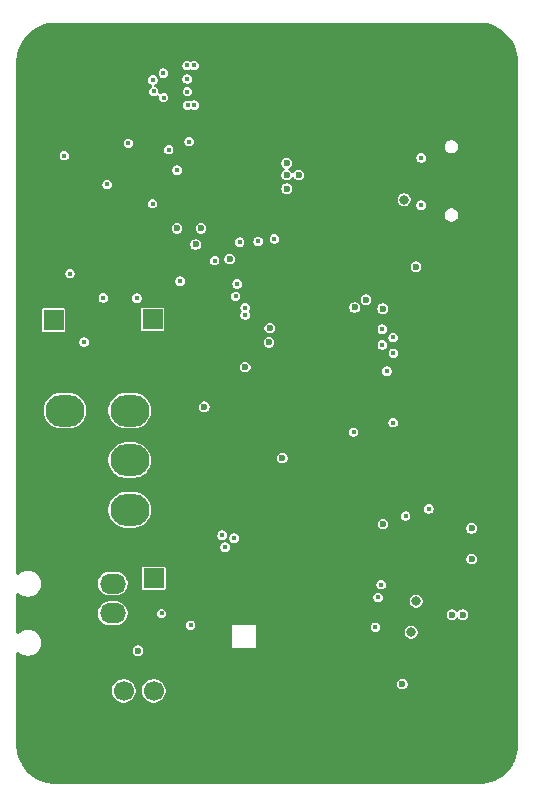
<source format=gbr>
%TF.GenerationSoftware,KiCad,Pcbnew,9.0.1*%
%TF.CreationDate,2025-04-25T18:03:20+03:00*%
%TF.ProjectId,Ricardo-Hermes,52696361-7264-46f2-9d48-65726d65732e,rev?*%
%TF.SameCoordinates,Original*%
%TF.FileFunction,Copper,L2,Inr*%
%TF.FilePolarity,Positive*%
%FSLAX46Y46*%
G04 Gerber Fmt 4.6, Leading zero omitted, Abs format (unit mm)*
G04 Created by KiCad (PCBNEW 9.0.1) date 2025-04-25 18:03:20*
%MOMM*%
%LPD*%
G01*
G04 APERTURE LIST*
G04 Aperture macros list*
%AMRoundRect*
0 Rectangle with rounded corners*
0 $1 Rounding radius*
0 $2 $3 $4 $5 $6 $7 $8 $9 X,Y pos of 4 corners*
0 Add a 4 corners polygon primitive as box body*
4,1,4,$2,$3,$4,$5,$6,$7,$8,$9,$2,$3,0*
0 Add four circle primitives for the rounded corners*
1,1,$1+$1,$2,$3*
1,1,$1+$1,$4,$5*
1,1,$1+$1,$6,$7*
1,1,$1+$1,$8,$9*
0 Add four rect primitives between the rounded corners*
20,1,$1+$1,$2,$3,$4,$5,0*
20,1,$1+$1,$4,$5,$6,$7,0*
20,1,$1+$1,$6,$7,$8,$9,0*
20,1,$1+$1,$8,$9,$2,$3,0*%
G04 Aperture macros list end*
%TA.AperFunction,ComponentPad*%
%ADD10RoundRect,0.250001X1.399999X-1.099999X1.399999X1.099999X-1.399999X1.099999X-1.399999X-1.099999X0*%
%TD*%
%TA.AperFunction,ComponentPad*%
%ADD11O,3.300000X2.700000*%
%TD*%
%TA.AperFunction,ComponentPad*%
%ADD12R,1.700000X1.700000*%
%TD*%
%TA.AperFunction,ComponentPad*%
%ADD13O,2.000000X0.900000*%
%TD*%
%TA.AperFunction,ComponentPad*%
%ADD14O,1.700000X0.900000*%
%TD*%
%TA.AperFunction,ComponentPad*%
%ADD15C,0.970000*%
%TD*%
%TA.AperFunction,ComponentPad*%
%ADD16C,1.700000*%
%TD*%
%TA.AperFunction,ComponentPad*%
%ADD17C,5.600000*%
%TD*%
%TA.AperFunction,ComponentPad*%
%ADD18RoundRect,0.250000X0.850000X0.600000X-0.850000X0.600000X-0.850000X-0.600000X0.850000X-0.600000X0*%
%TD*%
%TA.AperFunction,ComponentPad*%
%ADD19O,2.200000X1.700000*%
%TD*%
%TA.AperFunction,ComponentPad*%
%ADD20O,1.700000X1.700000*%
%TD*%
%TA.AperFunction,ViaPad*%
%ADD21C,0.450000*%
%TD*%
%TA.AperFunction,ViaPad*%
%ADD22C,0.600000*%
%TD*%
%TA.AperFunction,ViaPad*%
%ADD23C,0.800000*%
%TD*%
G04 APERTURE END LIST*
D10*
%TO.N,GND*%
%TO.C,J1*%
X122568000Y-112697000D03*
D11*
X122568000Y-108497000D03*
%TO.N,RBUS_uC_V*%
X122568000Y-104297000D03*
%TO.N,+16.8V*%
X128068000Y-112697000D03*
%TO.N,/CAN+*%
X128068000Y-108497000D03*
%TO.N,/CAN-*%
X128068000Y-104297000D03*
%TD*%
D12*
%TO.N,+3V3*%
%TO.C,POWER_UART1*%
X130095800Y-118504600D03*
%TD*%
D13*
%TO.N,GND*%
%TO.C,J2*%
X154824400Y-89169600D03*
D14*
X158994400Y-89169600D03*
D13*
X154824400Y-80529600D03*
D14*
X158994400Y-80529600D03*
%TD*%
D15*
%TO.N,GND*%
%TO.C,ANT_SMA1*%
X141434400Y-129768400D03*
X150194400Y-129768400D03*
%TD*%
D12*
%TO.N,GND*%
%TO.C,UART_ESP1*%
X125015800Y-128029600D03*
D16*
%TO.N,/RXD_ESP*%
X127555800Y-128029600D03*
%TO.N,/TXD_ESP*%
X130095800Y-128029600D03*
%TD*%
D17*
%TO.N,GND*%
%TO.C,H3*%
X121705000Y-132590000D03*
%TD*%
D18*
%TO.N,GND*%
%TO.C,UART1*%
X126633200Y-123951000D03*
D19*
%TO.N,/TXD*%
X126633200Y-121451000D03*
%TO.N,/RXD*%
X126633200Y-118951000D03*
%TD*%
D17*
%TO.N,GND*%
%TO.C,H1*%
X121705000Y-74589600D03*
%TD*%
%TO.N,GND*%
%TO.C,H4*%
X157705400Y-132590000D03*
%TD*%
D12*
%TO.N,/CHIP_PU*%
%TO.C,ENJUMPER1*%
X121612200Y-96635200D03*
D20*
%TO.N,GND*%
X121612200Y-99175200D03*
%TD*%
D12*
%TO.N,/BOOT*%
%TO.C,BOOTJUMPER1*%
X129994200Y-96584400D03*
D20*
%TO.N,GND*%
X129994200Y-99124400D03*
%TD*%
D17*
%TO.N,GND*%
%TO.C,H2*%
X157705400Y-74589600D03*
%TD*%
D21*
%TO.N,GND*%
X136115600Y-98591000D03*
D22*
X137004600Y-104204400D03*
%TO.N,+3V3*%
X134388400Y-103975800D03*
X137842800Y-100597600D03*
%TO.N,GND*%
X139493800Y-101842200D03*
X146910600Y-124880000D03*
D23*
X119505000Y-110631026D03*
X135760000Y-134790000D03*
D21*
X132331000Y-99734000D03*
D22*
X127219200Y-78254200D03*
X139392200Y-121527200D03*
X144048800Y-133640000D03*
D23*
X153540000Y-134790000D03*
D21*
X132712000Y-94146000D03*
D22*
X145234200Y-117869600D03*
D23*
X154419999Y-119306001D03*
D21*
X133220000Y-99734000D03*
D23*
X126571500Y-72055800D03*
X126514400Y-90082000D03*
D22*
X136090200Y-121730400D03*
D23*
X157705000Y-72389600D03*
X159905400Y-114622740D03*
X159905400Y-94664170D03*
X119504000Y-126378600D03*
D21*
X154196491Y-106484075D03*
D22*
X136090200Y-124168800D03*
D23*
X119504000Y-117006000D03*
X159905400Y-90672456D03*
D22*
X146566999Y-122991200D03*
D21*
X154958491Y-107119075D03*
D22*
X141779800Y-124524400D03*
X147418600Y-116142400D03*
D21*
X156101491Y-109405075D03*
D23*
X150365000Y-92622000D03*
D22*
X146566999Y-121841200D03*
D23*
X159261035Y-73033965D03*
X153256500Y-72055800D03*
D21*
X151254000Y-111037000D03*
X149222000Y-108370000D03*
X142364000Y-97575000D03*
D22*
X147418600Y-114516800D03*
X145234200Y-118834800D03*
X146910600Y-128893200D03*
X147658800Y-131360000D03*
X147658800Y-134400000D03*
D23*
X119504000Y-121527200D03*
D22*
X140154200Y-124524400D03*
X146910600Y-127267600D03*
X137969800Y-125946800D03*
D23*
X120149365Y-73033965D03*
X159905400Y-78697314D03*
D21*
X134490000Y-93638000D03*
X138884200Y-92012400D03*
D23*
X159905400Y-98655884D03*
D21*
X135379000Y-93638000D03*
D23*
X121705000Y-72389600D03*
D22*
X144048800Y-131360000D03*
X125828600Y-97321000D03*
D21*
X144015000Y-94400000D03*
X146820600Y-111575000D03*
D23*
X119505000Y-94664170D03*
D22*
X137207800Y-120866800D03*
D21*
X132331000Y-96813000D03*
D22*
X145234200Y-115888400D03*
D21*
X156101491Y-108516075D03*
D23*
X119505000Y-132590000D03*
D21*
X154704491Y-110802075D03*
D22*
X144048800Y-132120000D03*
X144726200Y-128080400D03*
X147418600Y-116955200D03*
X138782600Y-125946800D03*
D23*
X119505000Y-98655884D03*
D22*
X146910600Y-128080400D03*
D23*
X119505000Y-113932600D03*
D21*
X144167400Y-124473600D03*
X144827800Y-124829200D03*
D22*
X147418600Y-115329600D03*
X140967000Y-122340000D03*
D21*
X153413000Y-111926000D03*
D23*
X135467500Y-72074200D03*
X150961599Y-121541201D03*
D22*
X146910600Y-129706000D03*
X136293400Y-125845200D03*
X136090200Y-123356000D03*
X136090200Y-122543200D03*
D21*
X155466491Y-110167075D03*
D22*
X138833400Y-120917600D03*
X144726200Y-127267600D03*
D23*
X159905400Y-102647598D03*
D21*
X150619000Y-110783000D03*
D22*
X140967000Y-124524400D03*
X147658800Y-133640000D03*
D23*
X139507777Y-78679386D03*
X139915000Y-72074200D03*
D22*
X146910600Y-125642000D03*
X144726200Y-128893200D03*
X144726200Y-126454800D03*
X144726200Y-129706000D03*
D21*
X151656491Y-106357075D03*
X154069491Y-111437075D03*
D22*
X144048800Y-132880000D03*
D23*
X139519000Y-77423000D03*
D21*
X135937800Y-94501600D03*
D23*
X159905400Y-106639312D03*
X136141000Y-110402000D03*
D21*
X144472200Y-120206400D03*
D23*
X133220000Y-134790000D03*
X150253800Y-134820000D03*
X131019000Y-72055800D03*
D21*
X133118400Y-97854400D03*
D22*
X141779800Y-122340000D03*
D23*
X120149365Y-134145635D03*
D22*
X147658800Y-132120000D03*
D21*
X145357200Y-110101800D03*
X136064800Y-95238200D03*
D23*
X119505000Y-90672456D03*
X119505000Y-78697314D03*
X159905400Y-82689028D03*
X136559000Y-78613000D03*
D22*
X139392200Y-125337200D03*
D23*
X119505000Y-128597882D03*
X159905400Y-128597882D03*
X130680000Y-134790000D03*
X141358800Y-134820000D03*
X119505000Y-82689028D03*
D22*
X147658800Y-132880000D03*
D23*
X159905400Y-125515000D03*
X159905400Y-118614454D03*
X159905400Y-132590000D03*
D22*
X139392200Y-122340000D03*
D23*
X119505000Y-86680742D03*
D22*
X142592600Y-122340000D03*
D21*
X132331000Y-94908000D03*
X133474000Y-93638000D03*
D23*
X159905400Y-122606168D03*
D21*
X155009291Y-108998675D03*
X155593491Y-107754075D03*
D22*
X139392200Y-124524400D03*
D23*
X148809000Y-72075800D03*
X121705000Y-134790000D03*
D22*
X144167400Y-130417200D03*
D21*
X134109000Y-99734000D03*
X132331000Y-97702000D03*
D22*
X136090200Y-124981600D03*
D21*
X153434491Y-105976075D03*
X154679091Y-108338275D03*
D23*
X159905400Y-86680742D03*
D21*
X128005200Y-80916200D03*
D23*
X159905400Y-74589600D03*
D22*
X143405400Y-124524400D03*
D21*
X152545491Y-106103075D03*
X148714000Y-108878000D03*
D23*
X119505000Y-106639312D03*
D21*
X133143800Y-97041600D03*
D22*
X143405400Y-122340000D03*
D21*
X132331000Y-98718000D03*
D23*
X157705000Y-134790000D03*
X159261035Y-134145635D03*
D22*
X145234200Y-114923200D03*
D23*
X152510999Y-125889201D03*
D21*
X142364000Y-94400000D03*
D22*
X147520200Y-130468000D03*
D21*
X136141000Y-95949400D03*
X133321600Y-98591000D03*
D22*
X138020600Y-120866800D03*
D23*
X138300000Y-134790000D03*
D22*
X137157000Y-125946800D03*
D21*
X151372200Y-84099000D03*
D22*
X136395000Y-120968400D03*
X147418600Y-113704000D03*
D23*
X119505000Y-102647598D03*
D22*
X142592600Y-124524400D03*
D21*
X134998000Y-99734000D03*
X154577491Y-109557475D03*
D22*
X148307600Y-120358800D03*
D21*
X150238000Y-107227000D03*
D23*
X125600000Y-134790000D03*
D21*
X144015000Y-97575000D03*
D23*
X143380000Y-89955000D03*
D21*
X149730000Y-107862000D03*
D22*
X144218200Y-122340000D03*
D21*
X135887000Y-99480000D03*
D23*
X159905400Y-110631026D03*
D21*
X132331000Y-95924000D03*
D23*
X144650000Y-104941000D03*
D22*
X140154200Y-122340000D03*
X144048800Y-134400000D03*
D21*
X145320600Y-111575000D03*
D22*
X146910600Y-126454800D03*
D23*
X119505000Y-74589600D03*
D21*
X151957296Y-111392742D03*
D23*
X144361500Y-72075800D03*
D22*
X144726200Y-125642000D03*
D23*
X133855000Y-110402000D03*
D21*
X152651000Y-111672000D03*
D23*
X141856000Y-105068000D03*
X128140000Y-134790000D03*
D21*
X149857000Y-110529000D03*
X136268000Y-93638000D03*
X150894491Y-106738075D03*
D23*
X143380000Y-108624000D03*
X136586777Y-77409386D03*
D21*
%TO.N,+3V3*%
X126158800Y-85154400D03*
D22*
X156257800Y-121578000D03*
X141348000Y-85510000D03*
X136522000Y-91479000D03*
X141348000Y-83351000D03*
X149476000Y-95670000D03*
D21*
X147012200Y-106109400D03*
D22*
X142364000Y-84367000D03*
X141348000Y-84367000D03*
D21*
X129994200Y-86780000D03*
D22*
X133651800Y-90234400D03*
X157019800Y-114262800D03*
D21*
X132077000Y-83935200D03*
X151427800Y-113226000D03*
D22*
X157019800Y-116853600D03*
X128775000Y-124626000D03*
X155343400Y-121578000D03*
%TO.N,VBUS*%
X152295000Y-92110000D03*
D21*
X127955033Y-81674116D03*
X133093000Y-81522200D03*
%TO.N,RBUS_uC_V*%
X122526600Y-82716000D03*
X131365800Y-82208000D03*
%TO.N,/Power/LX1*%
X132945444Y-77286610D03*
X130935938Y-77791523D03*
X132966936Y-78440239D03*
X130095478Y-77279386D03*
X133523158Y-78439650D03*
%TO.N,/Power/LX2*%
X130030200Y-76301200D03*
X130910200Y-75726200D03*
X133523178Y-75081023D03*
X132930200Y-75081023D03*
X132930200Y-76227413D03*
%TO.N,/BOOT*%
X135252000Y-91606000D03*
D22*
X139925600Y-97321000D03*
D21*
%TO.N,/CHIP_PU*%
X124203000Y-98489400D03*
X132339932Y-93342132D03*
D22*
X139859999Y-98515744D03*
D21*
%TO.N,Net-(JP1-B)*%
X123009200Y-92698200D03*
X128673400Y-94781000D03*
X125828600Y-94755600D03*
%TO.N,CRX*%
X136903000Y-115101000D03*
X140313200Y-89751800D03*
%TO.N,CSD*%
X138947700Y-89967700D03*
X135887000Y-114847000D03*
D23*
%TO.N,VAA*%
X152307799Y-120428201D03*
D22*
X151139399Y-127438601D03*
D23*
X151901399Y-123069801D03*
D21*
%TO.N,ANT_SEL*%
X136141000Y-115863000D03*
X137372900Y-90043900D03*
%TO.N,CPS*%
X148861599Y-122641201D03*
X149450600Y-97397200D03*
%TO.N,CHL*%
X149450600Y-98737403D03*
X149349000Y-119038000D03*
%TO.N,CTX*%
X149095000Y-120123401D03*
X150365000Y-98108400D03*
D22*
%TO.N,/CAN_RX*%
X147113800Y-95568400D03*
X134109000Y-88862800D03*
%TO.N,/CAN_TX*%
X132077000Y-88862800D03*
X148079000Y-94908000D03*
D21*
%TO.N,SX_BUSY*%
X150365000Y-105322000D03*
X149831600Y-100953200D03*
%TO.N,Net-(U1-U0TXD{slash}PROG{slash}GPIO43)*%
X133220000Y-122467000D03*
X137842800Y-95574397D03*
%TO.N,RF_RST*%
X150390400Y-99441900D03*
X153383600Y-112616400D03*
%TO.N,/RXD*%
X137030000Y-94628600D03*
%TO.N,/RXD_ESP*%
X137842800Y-96203400D03*
%TO.N,+5V*%
X152744400Y-82899600D03*
X152744400Y-86899600D03*
D23*
X151296000Y-86435800D03*
D21*
%TO.N,Net-(U1-MTDI{slash}JTAG{slash}GPIO41)*%
X130756200Y-121476400D03*
X137157000Y-93561800D03*
D22*
%TO.N,VPP*%
X140988400Y-108298400D03*
X149522800Y-113886400D03*
%TO.N,GND*%
X144048800Y-135160000D03*
X147658800Y-135160000D03*
%TD*%
%TA.AperFunction,Conductor*%
%TO.N,GND*%
G36*
X157608243Y-71442869D02*
G01*
X157948213Y-71460687D01*
X157961121Y-71462044D01*
X158294151Y-71514790D01*
X158306834Y-71517485D01*
X158632546Y-71604760D01*
X158644878Y-71608767D01*
X158959680Y-71729609D01*
X158971516Y-71734878D01*
X159271977Y-71887970D01*
X159283191Y-71894446D01*
X159565982Y-72078092D01*
X159576483Y-72085721D01*
X159838529Y-72297922D01*
X159848174Y-72306607D01*
X160086592Y-72545025D01*
X160095277Y-72554670D01*
X160307478Y-72816716D01*
X160315107Y-72827217D01*
X160498750Y-73110002D01*
X160505232Y-73121229D01*
X160658316Y-73421673D01*
X160663595Y-73433530D01*
X160784430Y-73748315D01*
X160788441Y-73760659D01*
X160875712Y-74086359D01*
X160878410Y-74099055D01*
X160931156Y-74432078D01*
X160932513Y-74444987D01*
X160950328Y-74784951D01*
X160950498Y-74791440D01*
X160950316Y-130537592D01*
X160950316Y-132584968D01*
X160950146Y-132591458D01*
X160932327Y-132931426D01*
X160930970Y-132944334D01*
X160878223Y-133277358D01*
X160875525Y-133290054D01*
X160788253Y-133615754D01*
X160784242Y-133628098D01*
X160663407Y-133942882D01*
X160658128Y-133954739D01*
X160505047Y-134255176D01*
X160498557Y-134266416D01*
X160314919Y-134549193D01*
X160307290Y-134559694D01*
X160095088Y-134821741D01*
X160086403Y-134831386D01*
X159847986Y-135069803D01*
X159838341Y-135078488D01*
X159576294Y-135290690D01*
X159565793Y-135298319D01*
X159283016Y-135481957D01*
X159271776Y-135488447D01*
X158971339Y-135641528D01*
X158959482Y-135646807D01*
X158644698Y-135767642D01*
X158632354Y-135771653D01*
X158306654Y-135858925D01*
X158293958Y-135861623D01*
X157960934Y-135914370D01*
X157948026Y-135915727D01*
X157608059Y-135933546D01*
X157601569Y-135933716D01*
X121808231Y-135933716D01*
X121801741Y-135933546D01*
X121461773Y-135915727D01*
X121448865Y-135914370D01*
X121115841Y-135861623D01*
X121103145Y-135858925D01*
X120777445Y-135771653D01*
X120765101Y-135767642D01*
X120450317Y-135646807D01*
X120438460Y-135641528D01*
X120138017Y-135488443D01*
X120126790Y-135481961D01*
X119844006Y-135298319D01*
X119833505Y-135290690D01*
X119571458Y-135078488D01*
X119561813Y-135069803D01*
X119323396Y-134831386D01*
X119314711Y-134821741D01*
X119102509Y-134559694D01*
X119094880Y-134549193D01*
X118911235Y-134266404D01*
X118904759Y-134255188D01*
X118751666Y-133954728D01*
X118746397Y-133942893D01*
X118625555Y-133628092D01*
X118621546Y-133615754D01*
X118534274Y-133290054D01*
X118531577Y-133277368D01*
X118478825Y-132944315D01*
X118477472Y-132931443D01*
X118459654Y-132591476D01*
X118459484Y-132584986D01*
X118459484Y-130632755D01*
X118459497Y-128916228D01*
X118459503Y-128128143D01*
X126555299Y-128128143D01*
X126593747Y-128321429D01*
X126593750Y-128321439D01*
X126669164Y-128503507D01*
X126669171Y-128503520D01*
X126778660Y-128667381D01*
X126778663Y-128667385D01*
X126918014Y-128806736D01*
X126918018Y-128806739D01*
X127081879Y-128916228D01*
X127081892Y-128916235D01*
X127263960Y-128991649D01*
X127263965Y-128991651D01*
X127263969Y-128991651D01*
X127263970Y-128991652D01*
X127457256Y-129030100D01*
X127457259Y-129030100D01*
X127654343Y-129030100D01*
X127784382Y-129004232D01*
X127847635Y-128991651D01*
X128029714Y-128916232D01*
X128193582Y-128806739D01*
X128332939Y-128667382D01*
X128442432Y-128503514D01*
X128517851Y-128321435D01*
X128556300Y-128128143D01*
X129095299Y-128128143D01*
X129133747Y-128321429D01*
X129133750Y-128321439D01*
X129209164Y-128503507D01*
X129209171Y-128503520D01*
X129318660Y-128667381D01*
X129318663Y-128667385D01*
X129458014Y-128806736D01*
X129458018Y-128806739D01*
X129621879Y-128916228D01*
X129621892Y-128916235D01*
X129803960Y-128991649D01*
X129803965Y-128991651D01*
X129803969Y-128991651D01*
X129803970Y-128991652D01*
X129997256Y-129030100D01*
X129997259Y-129030100D01*
X130194343Y-129030100D01*
X130324382Y-129004232D01*
X130387635Y-128991651D01*
X130569714Y-128916232D01*
X130733582Y-128806739D01*
X130872939Y-128667382D01*
X130982432Y-128503514D01*
X131057851Y-128321435D01*
X131096300Y-128128141D01*
X131096300Y-127931059D01*
X131096300Y-127931056D01*
X131057852Y-127737770D01*
X131057851Y-127737769D01*
X131057851Y-127737765D01*
X131005960Y-127612487D01*
X130982435Y-127555692D01*
X130982428Y-127555679D01*
X130905171Y-127440056D01*
X130872939Y-127391818D01*
X130872936Y-127391814D01*
X130860414Y-127379292D01*
X150688899Y-127379292D01*
X150688899Y-127497910D01*
X150719600Y-127612487D01*
X150778910Y-127715214D01*
X150862786Y-127799090D01*
X150965513Y-127858400D01*
X151080090Y-127889101D01*
X151080093Y-127889101D01*
X151198705Y-127889101D01*
X151198708Y-127889101D01*
X151313285Y-127858400D01*
X151416012Y-127799090D01*
X151499888Y-127715214D01*
X151559198Y-127612487D01*
X151589899Y-127497910D01*
X151589899Y-127379292D01*
X151559198Y-127264715D01*
X151499888Y-127161988D01*
X151416012Y-127078112D01*
X151313285Y-127018802D01*
X151198708Y-126988101D01*
X151080090Y-126988101D01*
X150965513Y-127018802D01*
X150965511Y-127018802D01*
X150965511Y-127018803D01*
X150862786Y-127078112D01*
X150862783Y-127078114D01*
X150778912Y-127161985D01*
X150778910Y-127161988D01*
X150719600Y-127264715D01*
X150688899Y-127379292D01*
X130860414Y-127379292D01*
X130733585Y-127252463D01*
X130733581Y-127252460D01*
X130569720Y-127142971D01*
X130569707Y-127142964D01*
X130387639Y-127067550D01*
X130387629Y-127067547D01*
X130194343Y-127029100D01*
X130194341Y-127029100D01*
X129997259Y-127029100D01*
X129997257Y-127029100D01*
X129803970Y-127067547D01*
X129803960Y-127067550D01*
X129621892Y-127142964D01*
X129621879Y-127142971D01*
X129458018Y-127252460D01*
X129458014Y-127252463D01*
X129318663Y-127391814D01*
X129318660Y-127391818D01*
X129209171Y-127555679D01*
X129209164Y-127555692D01*
X129133750Y-127737760D01*
X129133747Y-127737770D01*
X129095300Y-127931056D01*
X129095300Y-127931059D01*
X129095300Y-128128141D01*
X129095300Y-128128143D01*
X129095299Y-128128143D01*
X128556300Y-128128143D01*
X128556300Y-128128141D01*
X128556300Y-127931059D01*
X128556300Y-127931056D01*
X128517852Y-127737770D01*
X128517851Y-127737769D01*
X128517851Y-127737765D01*
X128465960Y-127612487D01*
X128442435Y-127555692D01*
X128442428Y-127555679D01*
X128332939Y-127391818D01*
X128332936Y-127391814D01*
X128193585Y-127252463D01*
X128193581Y-127252460D01*
X128029720Y-127142971D01*
X128029707Y-127142964D01*
X127847639Y-127067550D01*
X127847629Y-127067547D01*
X127654343Y-127029100D01*
X127654341Y-127029100D01*
X127457259Y-127029100D01*
X127457257Y-127029100D01*
X127263970Y-127067547D01*
X127263960Y-127067550D01*
X127081892Y-127142964D01*
X127081879Y-127142971D01*
X126918018Y-127252460D01*
X126918014Y-127252463D01*
X126778663Y-127391814D01*
X126778660Y-127391818D01*
X126669171Y-127555679D01*
X126669164Y-127555692D01*
X126593750Y-127737760D01*
X126593747Y-127737770D01*
X126555300Y-127931056D01*
X126555300Y-127931059D01*
X126555300Y-128128141D01*
X126555300Y-128128143D01*
X126555299Y-128128143D01*
X118459503Y-128128143D01*
X118459527Y-124818685D01*
X118479212Y-124751647D01*
X118532016Y-124705892D01*
X118601175Y-124695949D01*
X118664730Y-124724975D01*
X118671208Y-124731006D01*
X118733667Y-124793465D01*
X118874316Y-124895653D01*
X119029219Y-124974580D01*
X119029221Y-124974581D01*
X119194558Y-125028302D01*
X119194559Y-125028302D01*
X119194562Y-125028303D01*
X119366274Y-125055500D01*
X119366275Y-125055500D01*
X119540125Y-125055500D01*
X119540126Y-125055500D01*
X119711838Y-125028303D01*
X119711841Y-125028302D01*
X119711842Y-125028302D01*
X119877178Y-124974581D01*
X119877178Y-124974580D01*
X119877181Y-124974580D01*
X120032084Y-124895653D01*
X120172733Y-124793465D01*
X120295665Y-124670533D01*
X120371111Y-124566691D01*
X128324500Y-124566691D01*
X128324500Y-124685309D01*
X128355201Y-124799886D01*
X128414511Y-124902613D01*
X128498387Y-124986489D01*
X128601114Y-125045799D01*
X128715691Y-125076500D01*
X128715694Y-125076500D01*
X128834306Y-125076500D01*
X128834309Y-125076500D01*
X128948886Y-125045799D01*
X129051613Y-124986489D01*
X129135489Y-124902613D01*
X129194799Y-124799886D01*
X129225500Y-124685309D01*
X129225500Y-124566691D01*
X129194799Y-124452114D01*
X129154434Y-124382200D01*
X136691000Y-124382200D01*
X138781000Y-124382200D01*
X138781000Y-122587948D01*
X148457099Y-122587948D01*
X148457099Y-122694454D01*
X148484665Y-122797332D01*
X148537919Y-122889570D01*
X148613230Y-122964881D01*
X148705468Y-123018135D01*
X148808346Y-123045701D01*
X148808348Y-123045701D01*
X148914850Y-123045701D01*
X148914852Y-123045701D01*
X149017730Y-123018135D01*
X149053772Y-122997326D01*
X151350899Y-122997326D01*
X151350899Y-123142276D01*
X151374798Y-123231467D01*
X151388416Y-123282289D01*
X151460887Y-123407812D01*
X151460889Y-123407814D01*
X151460890Y-123407816D01*
X151563384Y-123510310D01*
X151563385Y-123510311D01*
X151563387Y-123510312D01*
X151688910Y-123582783D01*
X151688911Y-123582783D01*
X151688914Y-123582785D01*
X151828924Y-123620301D01*
X151828927Y-123620301D01*
X151973871Y-123620301D01*
X151973874Y-123620301D01*
X152113884Y-123582785D01*
X152239414Y-123510310D01*
X152341908Y-123407816D01*
X152414383Y-123282286D01*
X152451899Y-123142276D01*
X152451899Y-122997326D01*
X152414383Y-122857316D01*
X152408138Y-122846500D01*
X152341910Y-122731789D01*
X152341905Y-122731783D01*
X152239416Y-122629294D01*
X152239410Y-122629289D01*
X152113887Y-122556818D01*
X152113888Y-122556818D01*
X152102405Y-122553741D01*
X151973874Y-122519301D01*
X151828924Y-122519301D01*
X151700392Y-122553741D01*
X151688910Y-122556818D01*
X151563387Y-122629289D01*
X151563381Y-122629294D01*
X151460892Y-122731783D01*
X151460887Y-122731789D01*
X151388416Y-122857312D01*
X151388415Y-122857316D01*
X151350899Y-122997326D01*
X149053772Y-122997326D01*
X149109968Y-122964881D01*
X149185279Y-122889570D01*
X149238533Y-122797332D01*
X149266099Y-122694454D01*
X149266099Y-122587948D01*
X149238533Y-122485070D01*
X149185279Y-122392832D01*
X149109968Y-122317521D01*
X149017730Y-122264267D01*
X148914852Y-122236701D01*
X148808346Y-122236701D01*
X148705467Y-122264267D01*
X148613230Y-122317521D01*
X148613227Y-122317523D01*
X148537921Y-122392829D01*
X148537919Y-122392832D01*
X148484665Y-122485069D01*
X148465440Y-122556818D01*
X148457099Y-122587948D01*
X138781000Y-122587948D01*
X138781000Y-122482200D01*
X136691000Y-122482200D01*
X136691000Y-124382200D01*
X129154434Y-124382200D01*
X129135489Y-124349387D01*
X129051613Y-124265511D01*
X128948886Y-124206201D01*
X128834309Y-124175500D01*
X128715691Y-124175500D01*
X128601114Y-124206201D01*
X128601112Y-124206201D01*
X128601112Y-124206202D01*
X128498387Y-124265511D01*
X128498384Y-124265513D01*
X128414513Y-124349384D01*
X128414511Y-124349387D01*
X128355201Y-124452114D01*
X128324500Y-124566691D01*
X120371111Y-124566691D01*
X120397853Y-124529884D01*
X120476780Y-124374981D01*
X120530503Y-124209638D01*
X120557700Y-124037926D01*
X120557700Y-123864074D01*
X120530503Y-123692362D01*
X120530502Y-123692358D01*
X120530502Y-123692357D01*
X120476781Y-123527021D01*
X120397852Y-123372115D01*
X120295665Y-123231467D01*
X120172733Y-123108535D01*
X120032084Y-123006347D01*
X120014379Y-122997326D01*
X119877178Y-122927418D01*
X119711841Y-122873697D01*
X119583054Y-122853299D01*
X119540126Y-122846500D01*
X119366274Y-122846500D01*
X119309036Y-122855565D01*
X119194560Y-122873697D01*
X119194557Y-122873697D01*
X119029221Y-122927418D01*
X118874315Y-123006347D01*
X118733668Y-123108534D01*
X118671220Y-123170982D01*
X118609896Y-123204466D01*
X118540205Y-123199481D01*
X118484271Y-123157610D01*
X118459855Y-123092145D01*
X118459539Y-123083323D01*
X118459551Y-121549543D01*
X125382699Y-121549543D01*
X125421147Y-121742829D01*
X125421150Y-121742839D01*
X125496564Y-121924907D01*
X125496571Y-121924920D01*
X125606060Y-122088781D01*
X125606063Y-122088785D01*
X125745414Y-122228136D01*
X125745418Y-122228139D01*
X125909279Y-122337628D01*
X125909292Y-122337635D01*
X126091360Y-122413049D01*
X126091365Y-122413051D01*
X126091369Y-122413051D01*
X126091370Y-122413052D01*
X126284656Y-122451500D01*
X126284659Y-122451500D01*
X126981743Y-122451500D01*
X127111782Y-122425632D01*
X127171536Y-122413747D01*
X132815500Y-122413747D01*
X132815500Y-122520253D01*
X132843066Y-122623131D01*
X132896320Y-122715369D01*
X132971631Y-122790680D01*
X133063869Y-122843934D01*
X133166747Y-122871500D01*
X133166749Y-122871500D01*
X133273251Y-122871500D01*
X133273253Y-122871500D01*
X133376131Y-122843934D01*
X133468369Y-122790680D01*
X133543680Y-122715369D01*
X133596934Y-122623131D01*
X133624500Y-122520253D01*
X133624500Y-122413747D01*
X133596934Y-122310869D01*
X133543680Y-122218631D01*
X133468369Y-122143320D01*
X133376131Y-122090066D01*
X133273253Y-122062500D01*
X133166747Y-122062500D01*
X133063868Y-122090066D01*
X132971631Y-122143320D01*
X132971628Y-122143322D01*
X132896322Y-122218628D01*
X132896320Y-122218631D01*
X132843066Y-122310868D01*
X132841283Y-122317523D01*
X132815500Y-122413747D01*
X127171536Y-122413747D01*
X127175035Y-122413051D01*
X127357114Y-122337632D01*
X127357120Y-122337628D01*
X127409667Y-122302518D01*
X127468932Y-122262917D01*
X127520982Y-122228139D01*
X127660339Y-122088782D01*
X127769832Y-121924914D01*
X127845251Y-121742835D01*
X127883700Y-121549541D01*
X127883700Y-121423147D01*
X130351700Y-121423147D01*
X130351700Y-121529653D01*
X130379266Y-121632531D01*
X130432520Y-121724769D01*
X130507831Y-121800080D01*
X130600069Y-121853334D01*
X130702947Y-121880900D01*
X130702949Y-121880900D01*
X130809451Y-121880900D01*
X130809453Y-121880900D01*
X130912331Y-121853334D01*
X131004569Y-121800080D01*
X131079880Y-121724769D01*
X131133134Y-121632531D01*
X131160700Y-121529653D01*
X131160700Y-121518691D01*
X154892900Y-121518691D01*
X154892900Y-121637309D01*
X154923601Y-121751886D01*
X154982911Y-121854613D01*
X155066787Y-121938489D01*
X155169514Y-121997799D01*
X155284091Y-122028500D01*
X155284094Y-122028500D01*
X155402706Y-122028500D01*
X155402709Y-122028500D01*
X155517286Y-121997799D01*
X155620013Y-121938489D01*
X155703889Y-121854613D01*
X155703889Y-121854612D01*
X155709636Y-121848866D01*
X155711083Y-121850313D01*
X155758645Y-121815581D01*
X155828391Y-121811422D01*
X155889313Y-121845631D01*
X155895701Y-121853003D01*
X155897310Y-121854612D01*
X155897311Y-121854613D01*
X155981187Y-121938489D01*
X156083914Y-121997799D01*
X156198491Y-122028500D01*
X156198494Y-122028500D01*
X156317106Y-122028500D01*
X156317109Y-122028500D01*
X156431686Y-121997799D01*
X156534413Y-121938489D01*
X156618289Y-121854613D01*
X156677599Y-121751886D01*
X156708300Y-121637309D01*
X156708300Y-121518691D01*
X156677599Y-121404114D01*
X156618289Y-121301387D01*
X156534413Y-121217511D01*
X156431686Y-121158201D01*
X156317109Y-121127500D01*
X156198491Y-121127500D01*
X156083914Y-121158201D01*
X156083912Y-121158201D01*
X156083912Y-121158202D01*
X155981187Y-121217511D01*
X155981184Y-121217513D01*
X155891564Y-121307134D01*
X155890117Y-121305687D01*
X155842542Y-121340423D01*
X155772795Y-121344573D01*
X155711877Y-121310358D01*
X155705494Y-121302992D01*
X155620015Y-121217513D01*
X155620013Y-121217511D01*
X155517286Y-121158201D01*
X155402709Y-121127500D01*
X155284091Y-121127500D01*
X155169514Y-121158201D01*
X155169512Y-121158201D01*
X155169512Y-121158202D01*
X155066787Y-121217511D01*
X155066784Y-121217513D01*
X154982913Y-121301384D01*
X154982911Y-121301387D01*
X154923601Y-121404114D01*
X154892900Y-121518691D01*
X131160700Y-121518691D01*
X131160700Y-121423147D01*
X131133134Y-121320269D01*
X131079880Y-121228031D01*
X131004569Y-121152720D01*
X130912331Y-121099466D01*
X130809453Y-121071900D01*
X130702947Y-121071900D01*
X130600068Y-121099466D01*
X130507831Y-121152720D01*
X130507828Y-121152722D01*
X130432522Y-121228028D01*
X130432520Y-121228031D01*
X130379266Y-121320268D01*
X130370641Y-121352459D01*
X130351700Y-121423147D01*
X127883700Y-121423147D01*
X127883700Y-121352459D01*
X127883700Y-121352456D01*
X127845252Y-121159170D01*
X127845251Y-121159169D01*
X127845251Y-121159165D01*
X127842582Y-121152722D01*
X127769835Y-120977092D01*
X127769828Y-120977079D01*
X127660339Y-120813218D01*
X127660336Y-120813214D01*
X127520985Y-120673863D01*
X127520981Y-120673860D01*
X127357120Y-120564371D01*
X127357107Y-120564364D01*
X127175039Y-120488950D01*
X127175029Y-120488947D01*
X126981743Y-120450500D01*
X126981741Y-120450500D01*
X126284659Y-120450500D01*
X126284657Y-120450500D01*
X126091370Y-120488947D01*
X126091360Y-120488950D01*
X125909292Y-120564364D01*
X125909279Y-120564371D01*
X125745418Y-120673860D01*
X125745414Y-120673863D01*
X125606063Y-120813214D01*
X125606060Y-120813218D01*
X125496571Y-120977079D01*
X125496564Y-120977092D01*
X125421150Y-121159160D01*
X125421147Y-121159170D01*
X125382700Y-121352456D01*
X125382700Y-121352459D01*
X125382700Y-121549541D01*
X125382700Y-121549543D01*
X125382699Y-121549543D01*
X118459551Y-121549543D01*
X118459562Y-120070148D01*
X148690500Y-120070148D01*
X148690500Y-120176654D01*
X148718066Y-120279532D01*
X148771320Y-120371770D01*
X148846631Y-120447081D01*
X148938869Y-120500335D01*
X149041747Y-120527901D01*
X149041749Y-120527901D01*
X149148251Y-120527901D01*
X149148253Y-120527901D01*
X149251131Y-120500335D01*
X149343369Y-120447081D01*
X149418680Y-120371770D01*
X149427943Y-120355726D01*
X151757299Y-120355726D01*
X151757299Y-120500676D01*
X151794815Y-120640686D01*
X151794816Y-120640689D01*
X151867287Y-120766212D01*
X151867289Y-120766214D01*
X151867290Y-120766216D01*
X151969784Y-120868710D01*
X151969785Y-120868711D01*
X151969787Y-120868712D01*
X152095310Y-120941183D01*
X152095311Y-120941183D01*
X152095314Y-120941185D01*
X152235324Y-120978701D01*
X152235327Y-120978701D01*
X152380271Y-120978701D01*
X152380274Y-120978701D01*
X152520284Y-120941185D01*
X152645814Y-120868710D01*
X152748308Y-120766216D01*
X152820783Y-120640686D01*
X152858299Y-120500676D01*
X152858299Y-120355726D01*
X152820783Y-120215716D01*
X152798230Y-120176654D01*
X152748310Y-120090189D01*
X152748305Y-120090183D01*
X152645816Y-119987694D01*
X152645810Y-119987689D01*
X152520287Y-119915218D01*
X152520288Y-119915218D01*
X152508805Y-119912141D01*
X152380274Y-119877701D01*
X152235324Y-119877701D01*
X152106792Y-119912141D01*
X152095310Y-119915218D01*
X151969787Y-119987689D01*
X151969781Y-119987694D01*
X151867292Y-120090183D01*
X151867287Y-120090189D01*
X151794816Y-120215712D01*
X151794815Y-120215716D01*
X151757299Y-120355726D01*
X149427943Y-120355726D01*
X149471934Y-120279532D01*
X149499500Y-120176654D01*
X149499500Y-120070148D01*
X149471934Y-119967270D01*
X149418680Y-119875032D01*
X149343369Y-119799721D01*
X149251131Y-119746467D01*
X149148253Y-119718901D01*
X149041747Y-119718901D01*
X148938868Y-119746467D01*
X148846631Y-119799721D01*
X148846628Y-119799723D01*
X148771322Y-119875029D01*
X148771320Y-119875032D01*
X148718066Y-119967269D01*
X148701712Y-120028303D01*
X148690500Y-120070148D01*
X118459562Y-120070148D01*
X118459564Y-119818722D01*
X118479249Y-119751684D01*
X118532053Y-119705929D01*
X118601212Y-119695986D01*
X118664767Y-119725012D01*
X118671245Y-119731043D01*
X118733667Y-119793465D01*
X118874316Y-119895653D01*
X118962145Y-119940404D01*
X119029221Y-119974581D01*
X119194558Y-120028302D01*
X119194559Y-120028302D01*
X119194562Y-120028303D01*
X119366274Y-120055500D01*
X119366275Y-120055500D01*
X119540125Y-120055500D01*
X119540126Y-120055500D01*
X119711838Y-120028303D01*
X119711841Y-120028302D01*
X119711842Y-120028302D01*
X119877178Y-119974581D01*
X119877178Y-119974580D01*
X119877181Y-119974580D01*
X120032084Y-119895653D01*
X120172733Y-119793465D01*
X120295665Y-119670533D01*
X120397853Y-119529884D01*
X120476780Y-119374981D01*
X120505572Y-119286368D01*
X120530502Y-119209642D01*
X120530502Y-119209641D01*
X120530503Y-119209638D01*
X120555860Y-119049543D01*
X125382699Y-119049543D01*
X125421147Y-119242829D01*
X125421150Y-119242839D01*
X125496564Y-119424907D01*
X125496571Y-119424920D01*
X125606060Y-119588781D01*
X125606063Y-119588785D01*
X125745414Y-119728136D01*
X125745418Y-119728139D01*
X125909279Y-119837628D01*
X125909292Y-119837635D01*
X126049362Y-119895653D01*
X126091365Y-119913051D01*
X126091369Y-119913051D01*
X126091370Y-119913052D01*
X126284656Y-119951500D01*
X126284659Y-119951500D01*
X126981743Y-119951500D01*
X127037526Y-119940404D01*
X127133769Y-119921259D01*
X127175035Y-119913051D01*
X127357114Y-119837632D01*
X127520982Y-119728139D01*
X127660339Y-119588782D01*
X127769832Y-119424914D01*
X127792817Y-119369422D01*
X129095299Y-119369422D01*
X129104031Y-119413317D01*
X129104034Y-119413324D01*
X129111778Y-119424914D01*
X129137296Y-119463104D01*
X129187078Y-119496367D01*
X129187081Y-119496367D01*
X129187082Y-119496368D01*
X129230977Y-119505100D01*
X129230980Y-119505100D01*
X130960622Y-119505100D01*
X131004517Y-119496368D01*
X131004517Y-119496367D01*
X131004522Y-119496367D01*
X131054304Y-119463104D01*
X131087567Y-119413322D01*
X131095194Y-119374981D01*
X131096300Y-119369422D01*
X131096300Y-118984747D01*
X148944500Y-118984747D01*
X148944500Y-119091253D01*
X148972066Y-119194131D01*
X149025320Y-119286369D01*
X149100631Y-119361680D01*
X149192869Y-119414934D01*
X149295747Y-119442500D01*
X149295749Y-119442500D01*
X149402251Y-119442500D01*
X149402253Y-119442500D01*
X149505131Y-119414934D01*
X149597369Y-119361680D01*
X149672680Y-119286369D01*
X149725934Y-119194131D01*
X149753500Y-119091253D01*
X149753500Y-118984747D01*
X149725934Y-118881869D01*
X149672680Y-118789631D01*
X149597369Y-118714320D01*
X149505131Y-118661066D01*
X149402253Y-118633500D01*
X149295747Y-118633500D01*
X149192868Y-118661066D01*
X149100631Y-118714320D01*
X149100628Y-118714322D01*
X149025322Y-118789628D01*
X149025320Y-118789631D01*
X148972066Y-118881868D01*
X148972066Y-118881869D01*
X148944500Y-118984747D01*
X131096300Y-118984747D01*
X131096300Y-117639777D01*
X131087568Y-117595882D01*
X131087567Y-117595881D01*
X131087567Y-117595878D01*
X131054304Y-117546096D01*
X131054303Y-117546095D01*
X131004524Y-117512834D01*
X131004517Y-117512831D01*
X130960622Y-117504100D01*
X130960620Y-117504100D01*
X129230980Y-117504100D01*
X129230978Y-117504100D01*
X129187082Y-117512831D01*
X129187075Y-117512834D01*
X129137296Y-117546095D01*
X129137295Y-117546096D01*
X129104034Y-117595875D01*
X129104031Y-117595882D01*
X129095300Y-117639777D01*
X129095300Y-117639780D01*
X129095300Y-119369420D01*
X129095300Y-119369422D01*
X129095299Y-119369422D01*
X127792817Y-119369422D01*
X127845251Y-119242835D01*
X127875403Y-119091252D01*
X127883700Y-119049543D01*
X127883700Y-118852456D01*
X127845252Y-118659170D01*
X127845251Y-118659169D01*
X127845251Y-118659165D01*
X127790515Y-118527019D01*
X127769835Y-118477092D01*
X127769828Y-118477079D01*
X127660339Y-118313218D01*
X127660336Y-118313214D01*
X127520985Y-118173863D01*
X127520981Y-118173860D01*
X127357120Y-118064371D01*
X127357107Y-118064364D01*
X127175039Y-117988950D01*
X127175029Y-117988947D01*
X126981743Y-117950500D01*
X126981741Y-117950500D01*
X126284659Y-117950500D01*
X126284657Y-117950500D01*
X126091370Y-117988947D01*
X126091360Y-117988950D01*
X125909292Y-118064364D01*
X125909279Y-118064371D01*
X125745418Y-118173860D01*
X125745414Y-118173863D01*
X125606063Y-118313214D01*
X125606060Y-118313218D01*
X125496571Y-118477079D01*
X125496564Y-118477092D01*
X125421150Y-118659160D01*
X125421147Y-118659170D01*
X125382700Y-118852456D01*
X125382700Y-118852459D01*
X125382700Y-119049541D01*
X125382700Y-119049543D01*
X125382699Y-119049543D01*
X120555860Y-119049543D01*
X120557700Y-119037926D01*
X120557700Y-118864074D01*
X120530503Y-118692362D01*
X120530502Y-118692358D01*
X120530502Y-118692357D01*
X120476781Y-118527021D01*
X120397852Y-118372115D01*
X120295665Y-118231467D01*
X120172733Y-118108535D01*
X120032084Y-118006347D01*
X119877178Y-117927418D01*
X119711841Y-117873697D01*
X119583054Y-117853299D01*
X119540126Y-117846500D01*
X119366274Y-117846500D01*
X119309036Y-117855565D01*
X119194560Y-117873697D01*
X119194557Y-117873697D01*
X119029221Y-117927418D01*
X118874315Y-118006347D01*
X118733668Y-118108534D01*
X118671257Y-118170945D01*
X118609933Y-118204429D01*
X118540242Y-118199444D01*
X118484308Y-118157573D01*
X118459892Y-118092108D01*
X118459576Y-118083286D01*
X118459586Y-116794291D01*
X156569300Y-116794291D01*
X156569300Y-116912909D01*
X156600001Y-117027486D01*
X156659311Y-117130213D01*
X156743187Y-117214089D01*
X156845914Y-117273399D01*
X156960491Y-117304100D01*
X156960494Y-117304100D01*
X157079106Y-117304100D01*
X157079109Y-117304100D01*
X157193686Y-117273399D01*
X157296413Y-117214089D01*
X157380289Y-117130213D01*
X157439599Y-117027486D01*
X157470300Y-116912909D01*
X157470300Y-116794291D01*
X157439599Y-116679714D01*
X157380289Y-116576987D01*
X157296413Y-116493111D01*
X157193686Y-116433801D01*
X157079109Y-116403100D01*
X156960491Y-116403100D01*
X156845914Y-116433801D01*
X156845912Y-116433801D01*
X156845912Y-116433802D01*
X156743187Y-116493111D01*
X156743184Y-116493113D01*
X156659313Y-116576984D01*
X156659311Y-116576987D01*
X156600001Y-116679714D01*
X156569300Y-116794291D01*
X118459586Y-116794291D01*
X118459593Y-115809747D01*
X135736500Y-115809747D01*
X135736500Y-115916253D01*
X135764066Y-116019131D01*
X135817320Y-116111369D01*
X135892631Y-116186680D01*
X135984869Y-116239934D01*
X136087747Y-116267500D01*
X136087749Y-116267500D01*
X136194251Y-116267500D01*
X136194253Y-116267500D01*
X136297131Y-116239934D01*
X136389369Y-116186680D01*
X136464680Y-116111369D01*
X136517934Y-116019131D01*
X136545500Y-115916253D01*
X136545500Y-115809747D01*
X136517934Y-115706869D01*
X136464680Y-115614631D01*
X136389369Y-115539320D01*
X136297131Y-115486066D01*
X136194253Y-115458500D01*
X136087747Y-115458500D01*
X135984869Y-115486066D01*
X135974774Y-115491894D01*
X135974771Y-115491895D01*
X135892631Y-115539320D01*
X135892628Y-115539322D01*
X135817322Y-115614628D01*
X135817320Y-115614631D01*
X135764066Y-115706868D01*
X135764066Y-115706869D01*
X135736500Y-115809747D01*
X118459593Y-115809747D01*
X118459601Y-114793747D01*
X135482500Y-114793747D01*
X135482500Y-114900253D01*
X135510066Y-115003131D01*
X135563320Y-115095369D01*
X135638631Y-115170680D01*
X135730869Y-115223934D01*
X135833747Y-115251500D01*
X135833749Y-115251500D01*
X135913738Y-115251500D01*
X135940253Y-115251500D01*
X136043131Y-115223934D01*
X136135369Y-115170680D01*
X136210680Y-115095369D01*
X136238175Y-115047747D01*
X136498500Y-115047747D01*
X136498500Y-115154253D01*
X136526066Y-115257131D01*
X136579320Y-115349369D01*
X136654631Y-115424680D01*
X136746869Y-115477934D01*
X136849747Y-115505500D01*
X136849749Y-115505500D01*
X136956251Y-115505500D01*
X136956253Y-115505500D01*
X137059131Y-115477934D01*
X137151369Y-115424680D01*
X137226680Y-115349369D01*
X137279934Y-115257131D01*
X137307500Y-115154253D01*
X137307500Y-115047747D01*
X137279934Y-114944869D01*
X137226680Y-114852631D01*
X137151369Y-114777320D01*
X137059131Y-114724066D01*
X136956253Y-114696500D01*
X136849747Y-114696500D01*
X136746868Y-114724066D01*
X136654631Y-114777320D01*
X136654628Y-114777322D01*
X136579322Y-114852628D01*
X136579320Y-114852631D01*
X136531895Y-114934771D01*
X136531894Y-114934774D01*
X136526066Y-114944869D01*
X136498500Y-115047747D01*
X136238175Y-115047747D01*
X136263934Y-115003131D01*
X136291500Y-114900253D01*
X136291500Y-114793747D01*
X136263934Y-114690869D01*
X136210680Y-114598631D01*
X136135369Y-114523320D01*
X136043131Y-114470066D01*
X135940253Y-114442500D01*
X135833747Y-114442500D01*
X135730868Y-114470066D01*
X135638631Y-114523320D01*
X135638628Y-114523322D01*
X135563322Y-114598628D01*
X135563320Y-114598631D01*
X135510066Y-114690868D01*
X135501171Y-114724066D01*
X135482500Y-114793747D01*
X118459601Y-114793747D01*
X118459617Y-112578902D01*
X126267500Y-112578902D01*
X126267500Y-112815097D01*
X126304446Y-113048368D01*
X126377433Y-113272996D01*
X126433041Y-113382131D01*
X126484657Y-113483433D01*
X126623483Y-113674510D01*
X126790490Y-113841517D01*
X126981567Y-113980343D01*
X126993031Y-113986184D01*
X127192003Y-114087566D01*
X127192005Y-114087566D01*
X127192008Y-114087568D01*
X127312412Y-114126689D01*
X127416631Y-114160553D01*
X127649903Y-114197500D01*
X127649908Y-114197500D01*
X128486097Y-114197500D01*
X128719368Y-114160553D01*
X128943992Y-114087568D01*
X129154433Y-113980343D01*
X129345510Y-113841517D01*
X129359936Y-113827091D01*
X149072300Y-113827091D01*
X149072300Y-113945709D01*
X149103001Y-114060286D01*
X149162311Y-114163013D01*
X149246187Y-114246889D01*
X149348914Y-114306199D01*
X149463491Y-114336900D01*
X149463494Y-114336900D01*
X149582106Y-114336900D01*
X149582109Y-114336900D01*
X149696686Y-114306199D01*
X149799413Y-114246889D01*
X149842811Y-114203491D01*
X156569300Y-114203491D01*
X156569300Y-114322109D01*
X156600001Y-114436686D01*
X156659311Y-114539413D01*
X156743187Y-114623289D01*
X156845914Y-114682599D01*
X156960491Y-114713300D01*
X156960494Y-114713300D01*
X157079106Y-114713300D01*
X157079109Y-114713300D01*
X157193686Y-114682599D01*
X157296413Y-114623289D01*
X157380289Y-114539413D01*
X157439599Y-114436686D01*
X157470300Y-114322109D01*
X157470300Y-114203491D01*
X157439599Y-114088914D01*
X157380289Y-113986187D01*
X157296413Y-113902311D01*
X157193686Y-113843001D01*
X157079109Y-113812300D01*
X156960491Y-113812300D01*
X156845914Y-113843001D01*
X156845912Y-113843001D01*
X156845912Y-113843002D01*
X156743187Y-113902311D01*
X156743184Y-113902313D01*
X156659313Y-113986184D01*
X156659311Y-113986187D01*
X156616530Y-114060286D01*
X156600001Y-114088914D01*
X156569300Y-114203491D01*
X149842811Y-114203491D01*
X149883289Y-114163013D01*
X149942599Y-114060286D01*
X149973300Y-113945709D01*
X149973300Y-113827091D01*
X149942599Y-113712514D01*
X149883289Y-113609787D01*
X149799413Y-113525911D01*
X149696686Y-113466601D01*
X149582109Y-113435900D01*
X149463491Y-113435900D01*
X149348914Y-113466601D01*
X149348912Y-113466601D01*
X149348912Y-113466602D01*
X149246187Y-113525911D01*
X149246184Y-113525913D01*
X149162313Y-113609784D01*
X149162311Y-113609787D01*
X149103001Y-113712514D01*
X149072300Y-113827091D01*
X129359936Y-113827091D01*
X129512517Y-113674510D01*
X129651343Y-113483433D01*
X129758568Y-113272992D01*
X129791140Y-113172747D01*
X151023300Y-113172747D01*
X151023300Y-113279253D01*
X151050866Y-113382131D01*
X151104120Y-113474369D01*
X151179431Y-113549680D01*
X151271669Y-113602934D01*
X151374547Y-113630500D01*
X151374549Y-113630500D01*
X151481051Y-113630500D01*
X151481053Y-113630500D01*
X151583931Y-113602934D01*
X151676169Y-113549680D01*
X151751480Y-113474369D01*
X151804734Y-113382131D01*
X151832300Y-113279253D01*
X151832300Y-113172747D01*
X151804734Y-113069869D01*
X151751480Y-112977631D01*
X151676169Y-112902320D01*
X151583931Y-112849066D01*
X151481053Y-112821500D01*
X151374547Y-112821500D01*
X151271668Y-112849066D01*
X151179431Y-112902320D01*
X151179428Y-112902322D01*
X151104122Y-112977628D01*
X151104120Y-112977631D01*
X151050866Y-113069868D01*
X151050866Y-113069869D01*
X151023300Y-113172747D01*
X129791140Y-113172747D01*
X129831553Y-113048368D01*
X129868500Y-112815097D01*
X129868500Y-112578903D01*
X129867789Y-112574414D01*
X129867789Y-112574412D01*
X129866005Y-112563147D01*
X152979100Y-112563147D01*
X152979100Y-112669653D01*
X153006666Y-112772531D01*
X153059920Y-112864769D01*
X153135231Y-112940080D01*
X153227469Y-112993334D01*
X153330347Y-113020900D01*
X153330349Y-113020900D01*
X153436851Y-113020900D01*
X153436853Y-113020900D01*
X153539731Y-112993334D01*
X153631969Y-112940080D01*
X153707280Y-112864769D01*
X153760534Y-112772531D01*
X153788100Y-112669653D01*
X153788100Y-112563147D01*
X153760534Y-112460269D01*
X153707280Y-112368031D01*
X153631969Y-112292720D01*
X153539731Y-112239466D01*
X153436853Y-112211900D01*
X153330347Y-112211900D01*
X153227468Y-112239466D01*
X153135231Y-112292720D01*
X153135228Y-112292722D01*
X153059922Y-112368028D01*
X153059920Y-112368031D01*
X153006666Y-112460268D01*
X153006666Y-112460269D01*
X152979100Y-112563147D01*
X129866005Y-112563147D01*
X129831553Y-112345631D01*
X129758566Y-112121003D01*
X129651342Y-111910566D01*
X129512517Y-111719490D01*
X129345510Y-111552483D01*
X129154433Y-111413657D01*
X128943996Y-111306433D01*
X128719368Y-111233446D01*
X128486097Y-111196500D01*
X128486092Y-111196500D01*
X127649908Y-111196500D01*
X127649903Y-111196500D01*
X127416631Y-111233446D01*
X127192003Y-111306433D01*
X126981566Y-111413657D01*
X126872550Y-111492862D01*
X126790490Y-111552483D01*
X126790488Y-111552485D01*
X126790487Y-111552485D01*
X126623485Y-111719487D01*
X126623485Y-111719488D01*
X126623483Y-111719490D01*
X126563862Y-111801550D01*
X126484657Y-111910566D01*
X126377433Y-112121003D01*
X126304446Y-112345631D01*
X126267500Y-112578902D01*
X118459617Y-112578902D01*
X118459648Y-108378902D01*
X126267500Y-108378902D01*
X126267500Y-108615097D01*
X126304446Y-108848368D01*
X126377433Y-109072996D01*
X126484657Y-109283433D01*
X126623483Y-109474510D01*
X126790490Y-109641517D01*
X126981567Y-109780343D01*
X127080991Y-109831002D01*
X127192003Y-109887566D01*
X127192005Y-109887566D01*
X127192008Y-109887568D01*
X127312412Y-109926689D01*
X127416631Y-109960553D01*
X127649903Y-109997500D01*
X127649908Y-109997500D01*
X128486097Y-109997500D01*
X128719368Y-109960553D01*
X128943992Y-109887568D01*
X129154433Y-109780343D01*
X129345510Y-109641517D01*
X129512517Y-109474510D01*
X129651343Y-109283433D01*
X129758568Y-109072992D01*
X129831553Y-108848368D01*
X129852170Y-108718197D01*
X129868500Y-108615097D01*
X129868500Y-108378902D01*
X129848141Y-108250362D01*
X129846356Y-108239091D01*
X140537900Y-108239091D01*
X140537900Y-108357709D01*
X140568601Y-108472286D01*
X140627911Y-108575013D01*
X140711787Y-108658889D01*
X140814514Y-108718199D01*
X140929091Y-108748900D01*
X140929094Y-108748900D01*
X141047706Y-108748900D01*
X141047709Y-108748900D01*
X141162286Y-108718199D01*
X141265013Y-108658889D01*
X141348889Y-108575013D01*
X141408199Y-108472286D01*
X141438900Y-108357709D01*
X141438900Y-108239091D01*
X141408199Y-108124514D01*
X141348889Y-108021787D01*
X141265013Y-107937911D01*
X141162286Y-107878601D01*
X141047709Y-107847900D01*
X140929091Y-107847900D01*
X140814514Y-107878601D01*
X140814512Y-107878601D01*
X140814512Y-107878602D01*
X140711787Y-107937911D01*
X140711784Y-107937913D01*
X140627913Y-108021784D01*
X140627911Y-108021787D01*
X140568601Y-108124514D01*
X140537900Y-108239091D01*
X129846356Y-108239091D01*
X129831553Y-108145631D01*
X129791312Y-108021784D01*
X129758568Y-107921008D01*
X129758566Y-107921005D01*
X129758566Y-107921003D01*
X129651342Y-107710566D01*
X129512517Y-107519490D01*
X129345510Y-107352483D01*
X129154433Y-107213657D01*
X128943996Y-107106433D01*
X128719368Y-107033446D01*
X128486097Y-106996500D01*
X128486092Y-106996500D01*
X127649908Y-106996500D01*
X127649903Y-106996500D01*
X127416631Y-107033446D01*
X127192003Y-107106433D01*
X126981566Y-107213657D01*
X126872550Y-107292862D01*
X126790490Y-107352483D01*
X126790488Y-107352485D01*
X126790487Y-107352485D01*
X126623485Y-107519487D01*
X126623485Y-107519488D01*
X126623483Y-107519490D01*
X126563862Y-107601550D01*
X126484657Y-107710566D01*
X126377433Y-107921003D01*
X126304446Y-108145631D01*
X126267500Y-108378902D01*
X118459648Y-108378902D01*
X118459665Y-106056147D01*
X146607700Y-106056147D01*
X146607700Y-106162653D01*
X146635266Y-106265531D01*
X146688520Y-106357769D01*
X146763831Y-106433080D01*
X146856069Y-106486334D01*
X146958947Y-106513900D01*
X146958949Y-106513900D01*
X147065451Y-106513900D01*
X147065453Y-106513900D01*
X147168331Y-106486334D01*
X147260569Y-106433080D01*
X147335880Y-106357769D01*
X147389134Y-106265531D01*
X147416700Y-106162653D01*
X147416700Y-106056147D01*
X147389134Y-105953269D01*
X147335880Y-105861031D01*
X147260569Y-105785720D01*
X147168331Y-105732466D01*
X147065453Y-105704900D01*
X146958947Y-105704900D01*
X146856068Y-105732466D01*
X146763831Y-105785720D01*
X146763828Y-105785722D01*
X146688522Y-105861028D01*
X146688520Y-105861031D01*
X146635266Y-105953268D01*
X146635266Y-105953269D01*
X146607700Y-106056147D01*
X118459665Y-106056147D01*
X118459679Y-104178902D01*
X120767500Y-104178902D01*
X120767500Y-104415097D01*
X120804446Y-104648368D01*
X120877433Y-104872996D01*
X120979661Y-105073628D01*
X120984657Y-105083433D01*
X121123483Y-105274510D01*
X121290490Y-105441517D01*
X121481567Y-105580343D01*
X121580991Y-105631002D01*
X121692003Y-105687566D01*
X121692005Y-105687566D01*
X121692008Y-105687568D01*
X121811825Y-105726499D01*
X121916631Y-105760553D01*
X122149903Y-105797500D01*
X122149908Y-105797500D01*
X122986097Y-105797500D01*
X123219368Y-105760553D01*
X123443992Y-105687568D01*
X123654433Y-105580343D01*
X123845510Y-105441517D01*
X124012517Y-105274510D01*
X124151343Y-105083433D01*
X124258568Y-104872992D01*
X124331553Y-104648368D01*
X124368500Y-104415097D01*
X124368500Y-104178902D01*
X126267500Y-104178902D01*
X126267500Y-104415097D01*
X126304446Y-104648368D01*
X126377433Y-104872996D01*
X126479661Y-105073628D01*
X126484657Y-105083433D01*
X126623483Y-105274510D01*
X126790490Y-105441517D01*
X126981567Y-105580343D01*
X127080991Y-105631002D01*
X127192003Y-105687566D01*
X127192005Y-105687566D01*
X127192008Y-105687568D01*
X127311825Y-105726499D01*
X127416631Y-105760553D01*
X127649903Y-105797500D01*
X127649908Y-105797500D01*
X128486097Y-105797500D01*
X128719368Y-105760553D01*
X128943992Y-105687568D01*
X129154433Y-105580343D01*
X129345510Y-105441517D01*
X129512517Y-105274510D01*
X129516704Y-105268747D01*
X149960500Y-105268747D01*
X149960500Y-105375253D01*
X149988066Y-105478131D01*
X150041320Y-105570369D01*
X150116631Y-105645680D01*
X150208869Y-105698934D01*
X150311747Y-105726500D01*
X150311749Y-105726500D01*
X150418251Y-105726500D01*
X150418253Y-105726500D01*
X150521131Y-105698934D01*
X150613369Y-105645680D01*
X150688680Y-105570369D01*
X150741934Y-105478131D01*
X150769500Y-105375253D01*
X150769500Y-105268747D01*
X150741934Y-105165869D01*
X150688680Y-105073631D01*
X150613369Y-104998320D01*
X150521131Y-104945066D01*
X150418253Y-104917500D01*
X150311747Y-104917500D01*
X150208868Y-104945066D01*
X150116631Y-104998320D01*
X150116628Y-104998322D01*
X150041322Y-105073628D01*
X150041320Y-105073631D01*
X149988066Y-105165868D01*
X149988066Y-105165869D01*
X149960500Y-105268747D01*
X129516704Y-105268747D01*
X129651343Y-105083433D01*
X129758568Y-104872992D01*
X129831553Y-104648368D01*
X129868500Y-104415097D01*
X129868500Y-104178902D01*
X129845724Y-104035106D01*
X129831553Y-103945632D01*
X129822084Y-103916491D01*
X133937900Y-103916491D01*
X133937900Y-104035109D01*
X133968601Y-104149686D01*
X134027911Y-104252413D01*
X134111787Y-104336289D01*
X134214514Y-104395599D01*
X134329091Y-104426300D01*
X134329094Y-104426300D01*
X134447706Y-104426300D01*
X134447709Y-104426300D01*
X134562286Y-104395599D01*
X134665013Y-104336289D01*
X134748889Y-104252413D01*
X134808199Y-104149686D01*
X134838900Y-104035109D01*
X134838900Y-103916491D01*
X134808199Y-103801914D01*
X134748889Y-103699187D01*
X134665013Y-103615311D01*
X134562286Y-103556001D01*
X134447709Y-103525300D01*
X134329091Y-103525300D01*
X134214514Y-103556001D01*
X134214512Y-103556001D01*
X134214512Y-103556002D01*
X134111787Y-103615311D01*
X134111784Y-103615313D01*
X134027913Y-103699184D01*
X134027911Y-103699187D01*
X134015313Y-103721008D01*
X133968601Y-103801914D01*
X133937900Y-103916491D01*
X129822084Y-103916491D01*
X129758568Y-103721008D01*
X129758566Y-103721005D01*
X129758566Y-103721003D01*
X129674493Y-103556001D01*
X129651343Y-103510567D01*
X129512517Y-103319490D01*
X129345510Y-103152483D01*
X129154433Y-103013657D01*
X128943996Y-102906433D01*
X128719368Y-102833446D01*
X128486097Y-102796500D01*
X128486092Y-102796500D01*
X127649908Y-102796500D01*
X127649903Y-102796500D01*
X127416631Y-102833446D01*
X127192003Y-102906433D01*
X126981566Y-103013657D01*
X126872550Y-103092862D01*
X126790490Y-103152483D01*
X126790488Y-103152485D01*
X126790487Y-103152485D01*
X126623485Y-103319487D01*
X126623485Y-103319488D01*
X126623483Y-103319490D01*
X126563862Y-103401550D01*
X126484657Y-103510566D01*
X126377433Y-103721003D01*
X126304446Y-103945631D01*
X126267500Y-104178902D01*
X124368500Y-104178902D01*
X124331553Y-103945631D01*
X124258566Y-103721003D01*
X124174493Y-103556001D01*
X124151343Y-103510567D01*
X124012517Y-103319490D01*
X123845510Y-103152483D01*
X123654433Y-103013657D01*
X123443996Y-102906433D01*
X123219368Y-102833446D01*
X122986097Y-102796500D01*
X122986092Y-102796500D01*
X122149908Y-102796500D01*
X122149903Y-102796500D01*
X121916631Y-102833446D01*
X121692003Y-102906433D01*
X121481566Y-103013657D01*
X121372550Y-103092862D01*
X121290490Y-103152483D01*
X121290488Y-103152485D01*
X121290487Y-103152485D01*
X121123485Y-103319487D01*
X121123485Y-103319488D01*
X121123483Y-103319490D01*
X121063862Y-103401550D01*
X120984657Y-103510566D01*
X120877433Y-103721003D01*
X120804446Y-103945631D01*
X120767500Y-104178902D01*
X118459679Y-104178902D01*
X118459706Y-100538291D01*
X137392300Y-100538291D01*
X137392300Y-100656909D01*
X137423001Y-100771486D01*
X137482311Y-100874213D01*
X137566187Y-100958089D01*
X137668914Y-101017399D01*
X137783491Y-101048100D01*
X137783494Y-101048100D01*
X137902106Y-101048100D01*
X137902109Y-101048100D01*
X138016686Y-101017399D01*
X138119413Y-100958089D01*
X138177555Y-100899947D01*
X149427100Y-100899947D01*
X149427100Y-101006453D01*
X149454666Y-101109331D01*
X149507920Y-101201569D01*
X149583231Y-101276880D01*
X149675469Y-101330134D01*
X149778347Y-101357700D01*
X149778349Y-101357700D01*
X149884851Y-101357700D01*
X149884853Y-101357700D01*
X149987731Y-101330134D01*
X150079969Y-101276880D01*
X150155280Y-101201569D01*
X150208534Y-101109331D01*
X150236100Y-101006453D01*
X150236100Y-100899947D01*
X150208534Y-100797069D01*
X150155280Y-100704831D01*
X150079969Y-100629520D01*
X149987731Y-100576266D01*
X149884853Y-100548700D01*
X149778347Y-100548700D01*
X149675468Y-100576266D01*
X149583231Y-100629520D01*
X149583228Y-100629522D01*
X149507922Y-100704828D01*
X149507920Y-100704831D01*
X149454666Y-100797068D01*
X149433997Y-100874206D01*
X149427100Y-100899947D01*
X138177555Y-100899947D01*
X138203289Y-100874213D01*
X138262599Y-100771486D01*
X138293300Y-100656909D01*
X138293300Y-100538291D01*
X138262599Y-100423714D01*
X138203289Y-100320987D01*
X138119413Y-100237111D01*
X138016686Y-100177801D01*
X137902109Y-100147100D01*
X137783491Y-100147100D01*
X137668914Y-100177801D01*
X137668912Y-100177801D01*
X137668912Y-100177802D01*
X137566187Y-100237111D01*
X137566184Y-100237113D01*
X137482313Y-100320984D01*
X137482311Y-100320987D01*
X137423001Y-100423714D01*
X137392300Y-100538291D01*
X118459706Y-100538291D01*
X118459715Y-99388647D01*
X149985900Y-99388647D01*
X149985900Y-99495153D01*
X150013466Y-99598031D01*
X150066720Y-99690269D01*
X150142031Y-99765580D01*
X150234269Y-99818834D01*
X150337147Y-99846400D01*
X150337149Y-99846400D01*
X150443651Y-99846400D01*
X150443653Y-99846400D01*
X150546531Y-99818834D01*
X150638769Y-99765580D01*
X150714080Y-99690269D01*
X150767334Y-99598031D01*
X150794900Y-99495153D01*
X150794900Y-99388647D01*
X150767334Y-99285769D01*
X150714080Y-99193531D01*
X150638769Y-99118220D01*
X150546531Y-99064966D01*
X150443653Y-99037400D01*
X150337147Y-99037400D01*
X150234268Y-99064966D01*
X150142031Y-99118220D01*
X150142028Y-99118222D01*
X150066722Y-99193528D01*
X150066720Y-99193531D01*
X150013466Y-99285768D01*
X150013466Y-99285769D01*
X149985900Y-99388647D01*
X118459715Y-99388647D01*
X118459722Y-98436147D01*
X123798500Y-98436147D01*
X123798500Y-98542653D01*
X123826066Y-98645531D01*
X123879320Y-98737769D01*
X123954631Y-98813080D01*
X124046869Y-98866334D01*
X124149747Y-98893900D01*
X124149749Y-98893900D01*
X124256251Y-98893900D01*
X124256253Y-98893900D01*
X124359131Y-98866334D01*
X124451369Y-98813080D01*
X124526680Y-98737769D01*
X124579934Y-98645531D01*
X124607500Y-98542653D01*
X124607500Y-98456435D01*
X139409499Y-98456435D01*
X139409499Y-98575053D01*
X139440200Y-98689630D01*
X139499510Y-98792357D01*
X139583386Y-98876233D01*
X139686113Y-98935543D01*
X139800690Y-98966244D01*
X139800693Y-98966244D01*
X139919305Y-98966244D01*
X139919308Y-98966244D01*
X140033885Y-98935543D01*
X140136612Y-98876233D01*
X140220488Y-98792357D01*
X140279798Y-98689630D01*
X140281266Y-98684150D01*
X149046100Y-98684150D01*
X149046100Y-98790656D01*
X149073666Y-98893534D01*
X149126920Y-98985772D01*
X149202231Y-99061083D01*
X149294469Y-99114337D01*
X149397347Y-99141903D01*
X149397349Y-99141903D01*
X149503851Y-99141903D01*
X149503853Y-99141903D01*
X149606731Y-99114337D01*
X149698969Y-99061083D01*
X149774280Y-98985772D01*
X149827534Y-98893534D01*
X149855100Y-98790656D01*
X149855100Y-98684150D01*
X149827534Y-98581272D01*
X149774280Y-98489034D01*
X149698969Y-98413723D01*
X149606731Y-98360469D01*
X149503853Y-98332903D01*
X149397347Y-98332903D01*
X149294468Y-98360469D01*
X149202231Y-98413723D01*
X149202228Y-98413725D01*
X149126922Y-98489031D01*
X149126920Y-98489034D01*
X149073666Y-98581271D01*
X149073666Y-98581272D01*
X149046100Y-98684150D01*
X140281266Y-98684150D01*
X140310499Y-98575053D01*
X140310499Y-98456435D01*
X140279798Y-98341858D01*
X140220488Y-98239131D01*
X140136612Y-98155255D01*
X140033885Y-98095945D01*
X139919308Y-98065244D01*
X139800690Y-98065244D01*
X139686113Y-98095945D01*
X139686111Y-98095945D01*
X139686111Y-98095946D01*
X139583386Y-98155255D01*
X139583383Y-98155257D01*
X139499512Y-98239128D01*
X139499510Y-98239131D01*
X139440200Y-98341858D01*
X139409499Y-98456435D01*
X124607500Y-98456435D01*
X124607500Y-98436147D01*
X124579934Y-98333269D01*
X124526680Y-98241031D01*
X124451369Y-98165720D01*
X124359131Y-98112466D01*
X124256253Y-98084900D01*
X124149747Y-98084900D01*
X124046868Y-98112466D01*
X123954631Y-98165720D01*
X123954628Y-98165722D01*
X123879322Y-98241028D01*
X123879320Y-98241031D01*
X123826066Y-98333268D01*
X123818778Y-98360469D01*
X123798500Y-98436147D01*
X118459722Y-98436147D01*
X118459725Y-98055147D01*
X149960500Y-98055147D01*
X149960500Y-98161653D01*
X149988066Y-98264531D01*
X150041320Y-98356769D01*
X150116631Y-98432080D01*
X150208869Y-98485334D01*
X150311747Y-98512900D01*
X150311749Y-98512900D01*
X150418251Y-98512900D01*
X150418253Y-98512900D01*
X150521131Y-98485334D01*
X150613369Y-98432080D01*
X150688680Y-98356769D01*
X150741934Y-98264531D01*
X150769500Y-98161653D01*
X150769500Y-98055147D01*
X150741934Y-97952269D01*
X150688680Y-97860031D01*
X150613369Y-97784720D01*
X150521131Y-97731466D01*
X150418253Y-97703900D01*
X150311747Y-97703900D01*
X150208868Y-97731466D01*
X150116631Y-97784720D01*
X150116628Y-97784722D01*
X150041322Y-97860028D01*
X150041320Y-97860031D01*
X149988066Y-97952268D01*
X149988066Y-97952269D01*
X149960500Y-98055147D01*
X118459725Y-98055147D01*
X118459729Y-97500022D01*
X120611699Y-97500022D01*
X120620431Y-97543917D01*
X120620432Y-97543921D01*
X120620433Y-97543922D01*
X120653696Y-97593704D01*
X120703478Y-97626967D01*
X120703481Y-97626967D01*
X120703482Y-97626968D01*
X120747377Y-97635700D01*
X120747380Y-97635700D01*
X122477022Y-97635700D01*
X122520917Y-97626968D01*
X122520917Y-97626967D01*
X122520922Y-97626967D01*
X122570704Y-97593704D01*
X122603967Y-97543922D01*
X122612700Y-97500020D01*
X122612700Y-97449222D01*
X128993699Y-97449222D01*
X129002431Y-97493117D01*
X129002434Y-97493124D01*
X129003612Y-97494887D01*
X129035696Y-97542904D01*
X129085478Y-97576167D01*
X129085481Y-97576167D01*
X129085482Y-97576168D01*
X129129377Y-97584900D01*
X129129380Y-97584900D01*
X130859022Y-97584900D01*
X130902917Y-97576168D01*
X130902917Y-97576167D01*
X130902922Y-97576167D01*
X130952704Y-97542904D01*
X130985967Y-97493122D01*
X130994455Y-97450452D01*
X130994700Y-97449222D01*
X130994700Y-97261691D01*
X139475100Y-97261691D01*
X139475100Y-97380309D01*
X139505801Y-97494886D01*
X139565111Y-97597613D01*
X139648987Y-97681489D01*
X139751714Y-97740799D01*
X139866291Y-97771500D01*
X139866294Y-97771500D01*
X139984906Y-97771500D01*
X139984909Y-97771500D01*
X140099486Y-97740799D01*
X140202213Y-97681489D01*
X140286089Y-97597613D01*
X140345399Y-97494886D01*
X140376100Y-97380309D01*
X140376100Y-97343947D01*
X149046100Y-97343947D01*
X149046100Y-97450453D01*
X149073666Y-97553331D01*
X149126920Y-97645569D01*
X149202231Y-97720880D01*
X149294469Y-97774134D01*
X149397347Y-97801700D01*
X149397349Y-97801700D01*
X149503851Y-97801700D01*
X149503853Y-97801700D01*
X149606731Y-97774134D01*
X149698969Y-97720880D01*
X149774280Y-97645569D01*
X149827534Y-97553331D01*
X149855100Y-97450453D01*
X149855100Y-97343947D01*
X149827534Y-97241069D01*
X149774280Y-97148831D01*
X149698969Y-97073520D01*
X149606731Y-97020266D01*
X149503853Y-96992700D01*
X149397347Y-96992700D01*
X149294468Y-97020266D01*
X149202231Y-97073520D01*
X149202228Y-97073522D01*
X149126922Y-97148828D01*
X149126920Y-97148831D01*
X149073666Y-97241068D01*
X149073666Y-97241069D01*
X149046100Y-97343947D01*
X140376100Y-97343947D01*
X140376100Y-97261691D01*
X140345399Y-97147114D01*
X140286089Y-97044387D01*
X140202213Y-96960511D01*
X140099486Y-96901201D01*
X139984909Y-96870500D01*
X139866291Y-96870500D01*
X139751714Y-96901201D01*
X139751712Y-96901201D01*
X139751712Y-96901202D01*
X139648987Y-96960511D01*
X139648984Y-96960513D01*
X139565113Y-97044384D01*
X139565111Y-97044387D01*
X139505801Y-97147114D01*
X139475100Y-97261691D01*
X130994700Y-97261691D01*
X130994700Y-95719577D01*
X130985968Y-95675682D01*
X130985967Y-95675681D01*
X130985967Y-95675678D01*
X130985965Y-95675675D01*
X130952705Y-95625897D01*
X130952704Y-95625896D01*
X130938071Y-95616118D01*
X130938070Y-95616117D01*
X130902924Y-95592634D01*
X130902917Y-95592631D01*
X130859022Y-95583900D01*
X130859020Y-95583900D01*
X129129380Y-95583900D01*
X129129378Y-95583900D01*
X129085482Y-95592631D01*
X129085475Y-95592634D01*
X129035696Y-95625895D01*
X129035695Y-95625896D01*
X129002434Y-95675675D01*
X129002431Y-95675682D01*
X128993700Y-95719577D01*
X128993700Y-95719580D01*
X128993700Y-97449220D01*
X128993700Y-97449222D01*
X128993699Y-97449222D01*
X122612700Y-97449222D01*
X122612700Y-95770380D01*
X122612700Y-95770377D01*
X122612699Y-95770375D01*
X122606196Y-95737679D01*
X122603968Y-95726482D01*
X122603967Y-95726481D01*
X122603967Y-95726478D01*
X122570704Y-95676696D01*
X122570703Y-95676695D01*
X122520924Y-95643434D01*
X122520917Y-95643431D01*
X122477022Y-95634700D01*
X122477020Y-95634700D01*
X120747380Y-95634700D01*
X120747378Y-95634700D01*
X120703482Y-95643431D01*
X120703475Y-95643434D01*
X120653696Y-95676695D01*
X120653695Y-95676696D01*
X120620434Y-95726475D01*
X120620431Y-95726482D01*
X120611700Y-95770377D01*
X120611700Y-95770380D01*
X120611700Y-97500020D01*
X120611700Y-97500022D01*
X120611699Y-97500022D01*
X118459729Y-97500022D01*
X118459744Y-95521144D01*
X137438300Y-95521144D01*
X137438300Y-95627650D01*
X137465539Y-95729309D01*
X137465867Y-95730530D01*
X137465867Y-95730531D01*
X137521505Y-95826898D01*
X137537978Y-95894798D01*
X137521505Y-95950898D01*
X137465867Y-96047265D01*
X137465867Y-96047266D01*
X137465867Y-96047267D01*
X137465866Y-96047269D01*
X137438300Y-96150147D01*
X137438300Y-96256653D01*
X137465866Y-96359531D01*
X137519120Y-96451769D01*
X137594431Y-96527080D01*
X137686669Y-96580334D01*
X137789547Y-96607900D01*
X137789549Y-96607900D01*
X137896051Y-96607900D01*
X137896053Y-96607900D01*
X137998931Y-96580334D01*
X138091169Y-96527080D01*
X138166480Y-96451769D01*
X138219734Y-96359531D01*
X138247300Y-96256653D01*
X138247300Y-96150147D01*
X138219734Y-96047269D01*
X138166480Y-95955031D01*
X138166479Y-95955030D01*
X138164094Y-95950899D01*
X138147621Y-95882999D01*
X138164094Y-95826897D01*
X138166477Y-95822768D01*
X138166480Y-95822766D01*
X138219734Y-95730528D01*
X138247300Y-95627650D01*
X138247300Y-95521144D01*
X138244070Y-95509091D01*
X146663300Y-95509091D01*
X146663300Y-95627709D01*
X146694001Y-95742286D01*
X146753311Y-95845013D01*
X146837187Y-95928889D01*
X146939914Y-95988199D01*
X147054491Y-96018900D01*
X147054494Y-96018900D01*
X147173106Y-96018900D01*
X147173109Y-96018900D01*
X147287686Y-95988199D01*
X147390413Y-95928889D01*
X147474289Y-95845013D01*
X147533599Y-95742286D01*
X147564300Y-95627709D01*
X147564300Y-95610691D01*
X149025500Y-95610691D01*
X149025500Y-95729309D01*
X149056201Y-95843886D01*
X149115511Y-95946613D01*
X149199387Y-96030489D01*
X149302114Y-96089799D01*
X149416691Y-96120500D01*
X149416694Y-96120500D01*
X149535306Y-96120500D01*
X149535309Y-96120500D01*
X149649886Y-96089799D01*
X149752613Y-96030489D01*
X149836489Y-95946613D01*
X149895799Y-95843886D01*
X149926500Y-95729309D01*
X149926500Y-95610691D01*
X149895799Y-95496114D01*
X149836489Y-95393387D01*
X149752613Y-95309511D01*
X149649886Y-95250201D01*
X149535309Y-95219500D01*
X149416691Y-95219500D01*
X149302114Y-95250201D01*
X149302112Y-95250201D01*
X149302112Y-95250202D01*
X149199387Y-95309511D01*
X149199384Y-95309513D01*
X149115513Y-95393384D01*
X149115511Y-95393387D01*
X149056201Y-95496114D01*
X149025500Y-95610691D01*
X147564300Y-95610691D01*
X147564300Y-95509091D01*
X147533599Y-95394514D01*
X147474289Y-95291787D01*
X147390413Y-95207911D01*
X147287686Y-95148601D01*
X147173109Y-95117900D01*
X147054491Y-95117900D01*
X146939914Y-95148601D01*
X146939912Y-95148601D01*
X146939912Y-95148602D01*
X146837187Y-95207911D01*
X146837184Y-95207913D01*
X146753313Y-95291784D01*
X146753311Y-95291787D01*
X146733544Y-95326025D01*
X146694001Y-95394514D01*
X146663300Y-95509091D01*
X138244070Y-95509091D01*
X138219734Y-95418266D01*
X138166480Y-95326028D01*
X138091169Y-95250717D01*
X137998931Y-95197463D01*
X137896053Y-95169897D01*
X137789547Y-95169897D01*
X137686668Y-95197463D01*
X137594431Y-95250717D01*
X137594428Y-95250719D01*
X137519122Y-95326025D01*
X137519120Y-95326028D01*
X137465866Y-95418265D01*
X137465866Y-95418266D01*
X137438300Y-95521144D01*
X118459744Y-95521144D01*
X118459750Y-94702347D01*
X125424100Y-94702347D01*
X125424100Y-94808853D01*
X125451666Y-94911731D01*
X125504920Y-95003969D01*
X125580231Y-95079280D01*
X125672469Y-95132534D01*
X125775347Y-95160100D01*
X125775349Y-95160100D01*
X125881851Y-95160100D01*
X125881853Y-95160100D01*
X125984731Y-95132534D01*
X126076969Y-95079280D01*
X126152280Y-95003969D01*
X126205534Y-94911731D01*
X126233100Y-94808853D01*
X126233100Y-94727747D01*
X128268900Y-94727747D01*
X128268900Y-94834253D01*
X128296466Y-94937131D01*
X128349720Y-95029369D01*
X128425031Y-95104680D01*
X128517269Y-95157934D01*
X128620147Y-95185500D01*
X128620149Y-95185500D01*
X128726651Y-95185500D01*
X128726653Y-95185500D01*
X128829531Y-95157934D01*
X128921769Y-95104680D01*
X128997080Y-95029369D01*
X129050334Y-94937131D01*
X129077900Y-94834253D01*
X129077900Y-94727747D01*
X129050334Y-94624869D01*
X129050333Y-94624868D01*
X129050333Y-94624866D01*
X129021742Y-94575347D01*
X136625500Y-94575347D01*
X136625500Y-94681853D01*
X136653066Y-94784731D01*
X136706320Y-94876969D01*
X136781631Y-94952280D01*
X136873869Y-95005534D01*
X136976747Y-95033100D01*
X136976749Y-95033100D01*
X137083251Y-95033100D01*
X137083253Y-95033100D01*
X137186131Y-95005534D01*
X137278369Y-94952280D01*
X137353680Y-94876969D01*
X137370006Y-94848691D01*
X147628500Y-94848691D01*
X147628500Y-94967309D01*
X147659201Y-95081886D01*
X147718511Y-95184613D01*
X147802387Y-95268489D01*
X147905114Y-95327799D01*
X148019691Y-95358500D01*
X148019694Y-95358500D01*
X148138306Y-95358500D01*
X148138309Y-95358500D01*
X148252886Y-95327799D01*
X148355613Y-95268489D01*
X148439489Y-95184613D01*
X148498799Y-95081886D01*
X148529500Y-94967309D01*
X148529500Y-94848691D01*
X148498799Y-94734114D01*
X148439489Y-94631387D01*
X148355613Y-94547511D01*
X148252886Y-94488201D01*
X148138309Y-94457500D01*
X148019691Y-94457500D01*
X147905114Y-94488201D01*
X147905112Y-94488201D01*
X147905112Y-94488202D01*
X147802387Y-94547511D01*
X147802384Y-94547513D01*
X147718513Y-94631384D01*
X147718511Y-94631387D01*
X147659201Y-94734114D01*
X147628500Y-94848691D01*
X137370006Y-94848691D01*
X137406934Y-94784731D01*
X137434500Y-94681853D01*
X137434500Y-94575347D01*
X137406934Y-94472469D01*
X137353680Y-94380231D01*
X137278369Y-94304920D01*
X137186131Y-94251666D01*
X137083253Y-94224100D01*
X136976747Y-94224100D01*
X136873868Y-94251666D01*
X136781631Y-94304920D01*
X136781628Y-94304922D01*
X136706322Y-94380228D01*
X136706320Y-94380231D01*
X136653066Y-94472468D01*
X136636946Y-94532628D01*
X136625500Y-94575347D01*
X129021742Y-94575347D01*
X128997080Y-94532631D01*
X128921769Y-94457320D01*
X128829531Y-94404066D01*
X128726653Y-94376500D01*
X128620147Y-94376500D01*
X128517268Y-94404066D01*
X128425031Y-94457320D01*
X128425028Y-94457322D01*
X128349722Y-94532628D01*
X128349720Y-94532631D01*
X128296466Y-94624868D01*
X128281198Y-94681851D01*
X128268900Y-94727747D01*
X126233100Y-94727747D01*
X126233100Y-94702347D01*
X126205534Y-94599469D01*
X126152280Y-94507231D01*
X126076969Y-94431920D01*
X125984731Y-94378666D01*
X125881853Y-94351100D01*
X125775347Y-94351100D01*
X125672468Y-94378666D01*
X125580231Y-94431920D01*
X125580228Y-94431922D01*
X125504922Y-94507228D01*
X125504920Y-94507231D01*
X125451666Y-94599468D01*
X125429592Y-94681851D01*
X125424100Y-94702347D01*
X118459750Y-94702347D01*
X118459760Y-93288879D01*
X131935432Y-93288879D01*
X131935432Y-93395385D01*
X131962998Y-93498263D01*
X132016252Y-93590501D01*
X132091563Y-93665812D01*
X132183801Y-93719066D01*
X132286679Y-93746632D01*
X132286681Y-93746632D01*
X132393183Y-93746632D01*
X132393185Y-93746632D01*
X132496063Y-93719066D01*
X132588301Y-93665812D01*
X132663612Y-93590501D01*
X132710928Y-93508547D01*
X136752500Y-93508547D01*
X136752500Y-93615053D01*
X136780066Y-93717931D01*
X136833320Y-93810169D01*
X136908631Y-93885480D01*
X137000869Y-93938734D01*
X137103747Y-93966300D01*
X137103749Y-93966300D01*
X137210251Y-93966300D01*
X137210253Y-93966300D01*
X137313131Y-93938734D01*
X137405369Y-93885480D01*
X137480680Y-93810169D01*
X137533934Y-93717931D01*
X137561500Y-93615053D01*
X137561500Y-93508547D01*
X137533934Y-93405669D01*
X137480680Y-93313431D01*
X137405369Y-93238120D01*
X137313131Y-93184866D01*
X137210253Y-93157300D01*
X137103747Y-93157300D01*
X137000868Y-93184866D01*
X136908631Y-93238120D01*
X136908628Y-93238122D01*
X136833322Y-93313428D01*
X136833320Y-93313431D01*
X136780066Y-93405668D01*
X136780066Y-93405669D01*
X136752500Y-93508547D01*
X132710928Y-93508547D01*
X132716866Y-93498263D01*
X132744432Y-93395385D01*
X132744432Y-93288879D01*
X132716866Y-93186001D01*
X132663612Y-93093763D01*
X132588301Y-93018452D01*
X132496063Y-92965198D01*
X132393185Y-92937632D01*
X132286679Y-92937632D01*
X132183800Y-92965198D01*
X132091563Y-93018452D01*
X132091560Y-93018454D01*
X132016254Y-93093760D01*
X132016252Y-93093763D01*
X131962998Y-93186000D01*
X131962998Y-93186001D01*
X131935432Y-93288879D01*
X118459760Y-93288879D01*
X118459765Y-92644947D01*
X122604700Y-92644947D01*
X122604700Y-92751453D01*
X122632266Y-92854331D01*
X122685520Y-92946569D01*
X122760831Y-93021880D01*
X122853069Y-93075134D01*
X122955947Y-93102700D01*
X122955949Y-93102700D01*
X123062451Y-93102700D01*
X123062453Y-93102700D01*
X123165331Y-93075134D01*
X123257569Y-93021880D01*
X123332880Y-92946569D01*
X123386134Y-92854331D01*
X123413700Y-92751453D01*
X123413700Y-92644947D01*
X123386134Y-92542069D01*
X123332880Y-92449831D01*
X123257569Y-92374520D01*
X123165331Y-92321266D01*
X123062453Y-92293700D01*
X122955947Y-92293700D01*
X122853068Y-92321266D01*
X122760831Y-92374520D01*
X122760828Y-92374522D01*
X122685522Y-92449828D01*
X122685520Y-92449831D01*
X122632266Y-92542068D01*
X122632266Y-92542069D01*
X122604700Y-92644947D01*
X118459765Y-92644947D01*
X118459769Y-92050691D01*
X151844500Y-92050691D01*
X151844500Y-92169309D01*
X151875201Y-92283886D01*
X151934511Y-92386613D01*
X152018387Y-92470489D01*
X152121114Y-92529799D01*
X152235691Y-92560500D01*
X152235694Y-92560500D01*
X152354306Y-92560500D01*
X152354309Y-92560500D01*
X152468886Y-92529799D01*
X152571613Y-92470489D01*
X152655489Y-92386613D01*
X152714799Y-92283886D01*
X152745500Y-92169309D01*
X152745500Y-92050691D01*
X152714799Y-91936114D01*
X152655489Y-91833387D01*
X152571613Y-91749511D01*
X152468886Y-91690201D01*
X152354309Y-91659500D01*
X152235691Y-91659500D01*
X152121114Y-91690201D01*
X152121112Y-91690201D01*
X152121112Y-91690202D01*
X152018387Y-91749511D01*
X152018384Y-91749513D01*
X151934513Y-91833384D01*
X151934511Y-91833387D01*
X151879020Y-91929500D01*
X151875201Y-91936114D01*
X151844500Y-92050691D01*
X118459769Y-92050691D01*
X118459773Y-91552747D01*
X134847500Y-91552747D01*
X134847500Y-91659253D01*
X134875066Y-91762131D01*
X134928320Y-91854369D01*
X135003631Y-91929680D01*
X135095869Y-91982934D01*
X135198747Y-92010500D01*
X135198749Y-92010500D01*
X135305251Y-92010500D01*
X135305253Y-92010500D01*
X135408131Y-91982934D01*
X135500369Y-91929680D01*
X135575680Y-91854369D01*
X135628934Y-91762131D01*
X135656500Y-91659253D01*
X135656500Y-91552747D01*
X135628934Y-91449869D01*
X135611511Y-91419691D01*
X136071500Y-91419691D01*
X136071500Y-91538309D01*
X136102201Y-91652886D01*
X136161511Y-91755613D01*
X136245387Y-91839489D01*
X136348114Y-91898799D01*
X136462691Y-91929500D01*
X136462694Y-91929500D01*
X136581306Y-91929500D01*
X136581309Y-91929500D01*
X136695886Y-91898799D01*
X136798613Y-91839489D01*
X136882489Y-91755613D01*
X136941799Y-91652886D01*
X136972500Y-91538309D01*
X136972500Y-91419691D01*
X136941799Y-91305114D01*
X136882489Y-91202387D01*
X136798613Y-91118511D01*
X136695886Y-91059201D01*
X136581309Y-91028500D01*
X136462691Y-91028500D01*
X136348114Y-91059201D01*
X136348112Y-91059201D01*
X136348112Y-91059202D01*
X136245387Y-91118511D01*
X136245384Y-91118513D01*
X136161513Y-91202384D01*
X136161511Y-91202387D01*
X136102201Y-91305114D01*
X136071500Y-91419691D01*
X135611511Y-91419691D01*
X135575680Y-91357631D01*
X135500369Y-91282320D01*
X135408131Y-91229066D01*
X135305253Y-91201500D01*
X135198747Y-91201500D01*
X135095868Y-91229066D01*
X135003631Y-91282320D01*
X135003628Y-91282322D01*
X134928322Y-91357628D01*
X134928320Y-91357631D01*
X134875066Y-91449868D01*
X134875066Y-91449869D01*
X134847500Y-91552747D01*
X118459773Y-91552747D01*
X118459784Y-90175091D01*
X133201300Y-90175091D01*
X133201300Y-90293709D01*
X133232001Y-90408286D01*
X133291311Y-90511013D01*
X133375187Y-90594889D01*
X133477914Y-90654199D01*
X133592491Y-90684900D01*
X133592494Y-90684900D01*
X133711106Y-90684900D01*
X133711109Y-90684900D01*
X133825686Y-90654199D01*
X133928413Y-90594889D01*
X134012289Y-90511013D01*
X134071599Y-90408286D01*
X134102300Y-90293709D01*
X134102300Y-90175091D01*
X134071599Y-90060514D01*
X134031261Y-89990647D01*
X136968400Y-89990647D01*
X136968400Y-90097153D01*
X136995966Y-90200031D01*
X137049220Y-90292269D01*
X137124531Y-90367580D01*
X137216769Y-90420834D01*
X137319647Y-90448400D01*
X137319649Y-90448400D01*
X137426151Y-90448400D01*
X137426153Y-90448400D01*
X137529031Y-90420834D01*
X137621269Y-90367580D01*
X137696580Y-90292269D01*
X137749834Y-90200031D01*
X137777400Y-90097153D01*
X137777400Y-89990647D01*
X137756982Y-89914447D01*
X138543200Y-89914447D01*
X138543200Y-90020953D01*
X138570766Y-90123831D01*
X138624020Y-90216069D01*
X138699331Y-90291380D01*
X138791569Y-90344634D01*
X138894447Y-90372200D01*
X138894449Y-90372200D01*
X139000951Y-90372200D01*
X139000953Y-90372200D01*
X139103831Y-90344634D01*
X139196069Y-90291380D01*
X139271380Y-90216069D01*
X139324634Y-90123831D01*
X139352200Y-90020953D01*
X139352200Y-89914447D01*
X139324634Y-89811569D01*
X139271380Y-89719331D01*
X139250596Y-89698547D01*
X139908700Y-89698547D01*
X139908700Y-89805053D01*
X139936266Y-89907931D01*
X139989520Y-90000169D01*
X140064831Y-90075480D01*
X140157069Y-90128734D01*
X140259947Y-90156300D01*
X140259949Y-90156300D01*
X140366451Y-90156300D01*
X140366453Y-90156300D01*
X140469331Y-90128734D01*
X140561569Y-90075480D01*
X140636880Y-90000169D01*
X140690134Y-89907931D01*
X140717700Y-89805053D01*
X140717700Y-89698547D01*
X140690134Y-89595669D01*
X140636880Y-89503431D01*
X140561569Y-89428120D01*
X140469331Y-89374866D01*
X140366453Y-89347300D01*
X140259947Y-89347300D01*
X140157068Y-89374866D01*
X140064831Y-89428120D01*
X140064828Y-89428122D01*
X139989522Y-89503428D01*
X139989520Y-89503431D01*
X139936266Y-89595668D01*
X139936266Y-89595669D01*
X139908700Y-89698547D01*
X139250596Y-89698547D01*
X139196069Y-89644020D01*
X139103831Y-89590766D01*
X139000953Y-89563200D01*
X138894447Y-89563200D01*
X138791568Y-89590766D01*
X138699331Y-89644020D01*
X138699328Y-89644022D01*
X138624022Y-89719328D01*
X138624020Y-89719331D01*
X138570766Y-89811568D01*
X138554061Y-89873913D01*
X138543200Y-89914447D01*
X137756982Y-89914447D01*
X137749834Y-89887769D01*
X137696580Y-89795531D01*
X137621269Y-89720220D01*
X137529031Y-89666966D01*
X137426153Y-89639400D01*
X137319647Y-89639400D01*
X137216768Y-89666966D01*
X137124531Y-89720220D01*
X137124528Y-89720222D01*
X137049222Y-89795528D01*
X137049220Y-89795531D01*
X136995966Y-89887768D01*
X136988817Y-89914449D01*
X136968400Y-89990647D01*
X134031261Y-89990647D01*
X134012289Y-89957787D01*
X133928413Y-89873911D01*
X133825686Y-89814601D01*
X133711109Y-89783900D01*
X133592491Y-89783900D01*
X133477914Y-89814601D01*
X133477912Y-89814601D01*
X133477912Y-89814602D01*
X133375187Y-89873911D01*
X133375184Y-89873913D01*
X133291313Y-89957784D01*
X133291311Y-89957787D01*
X133266842Y-90000169D01*
X133232001Y-90060514D01*
X133201300Y-90175091D01*
X118459784Y-90175091D01*
X118459794Y-88803491D01*
X131626500Y-88803491D01*
X131626500Y-88922109D01*
X131657201Y-89036686D01*
X131716511Y-89139413D01*
X131800387Y-89223289D01*
X131903114Y-89282599D01*
X132017691Y-89313300D01*
X132017694Y-89313300D01*
X132136306Y-89313300D01*
X132136309Y-89313300D01*
X132250886Y-89282599D01*
X132353613Y-89223289D01*
X132437489Y-89139413D01*
X132496799Y-89036686D01*
X132527500Y-88922109D01*
X132527500Y-88803491D01*
X133658500Y-88803491D01*
X133658500Y-88922109D01*
X133689201Y-89036686D01*
X133748511Y-89139413D01*
X133832387Y-89223289D01*
X133935114Y-89282599D01*
X134049691Y-89313300D01*
X134049694Y-89313300D01*
X134168306Y-89313300D01*
X134168309Y-89313300D01*
X134282886Y-89282599D01*
X134385613Y-89223289D01*
X134469489Y-89139413D01*
X134528799Y-89036686D01*
X134559500Y-88922109D01*
X134559500Y-88803491D01*
X134528799Y-88688914D01*
X134469489Y-88586187D01*
X134385613Y-88502311D01*
X134282886Y-88443001D01*
X134168309Y-88412300D01*
X134049691Y-88412300D01*
X133935114Y-88443001D01*
X133935112Y-88443001D01*
X133935112Y-88443002D01*
X133832387Y-88502311D01*
X133832384Y-88502313D01*
X133748513Y-88586184D01*
X133748511Y-88586187D01*
X133689201Y-88688914D01*
X133658500Y-88803491D01*
X132527500Y-88803491D01*
X132496799Y-88688914D01*
X132437489Y-88586187D01*
X132353613Y-88502311D01*
X132250886Y-88443001D01*
X132136309Y-88412300D01*
X132017691Y-88412300D01*
X131903114Y-88443001D01*
X131903112Y-88443001D01*
X131903112Y-88443002D01*
X131800387Y-88502311D01*
X131800384Y-88502313D01*
X131716513Y-88586184D01*
X131716511Y-88586187D01*
X131657201Y-88688914D01*
X131626500Y-88803491D01*
X118459794Y-88803491D01*
X118459803Y-87666599D01*
X154749900Y-87666599D01*
X154749900Y-87812600D01*
X154787688Y-87953628D01*
X154787689Y-87953631D01*
X154860686Y-88080067D01*
X154860688Y-88080070D01*
X154860689Y-88080071D01*
X154963929Y-88183311D01*
X155090371Y-88256312D01*
X155231399Y-88294100D01*
X155231401Y-88294100D01*
X155377399Y-88294100D01*
X155377401Y-88294100D01*
X155518429Y-88256312D01*
X155644871Y-88183311D01*
X155748111Y-88080071D01*
X155821112Y-87953629D01*
X155858900Y-87812601D01*
X155858900Y-87666599D01*
X155821112Y-87525571D01*
X155748111Y-87399129D01*
X155644871Y-87295889D01*
X155644870Y-87295888D01*
X155644867Y-87295886D01*
X155518431Y-87222889D01*
X155518430Y-87222888D01*
X155518429Y-87222888D01*
X155377401Y-87185100D01*
X155231399Y-87185100D01*
X155090371Y-87222888D01*
X155090368Y-87222889D01*
X154963932Y-87295886D01*
X154963927Y-87295890D01*
X154860690Y-87399127D01*
X154860686Y-87399132D01*
X154787689Y-87525568D01*
X154787688Y-87525571D01*
X154749900Y-87666599D01*
X118459803Y-87666599D01*
X118459810Y-86726747D01*
X129589700Y-86726747D01*
X129589700Y-86833253D01*
X129617266Y-86936131D01*
X129670520Y-87028369D01*
X129745831Y-87103680D01*
X129838069Y-87156934D01*
X129940947Y-87184500D01*
X129940949Y-87184500D01*
X130047451Y-87184500D01*
X130047453Y-87184500D01*
X130150331Y-87156934D01*
X130242569Y-87103680D01*
X130317880Y-87028369D01*
X130371134Y-86936131D01*
X130398700Y-86833253D01*
X130398700Y-86726747D01*
X130371134Y-86623869D01*
X130317880Y-86531631D01*
X130242569Y-86456320D01*
X130150331Y-86403066D01*
X130047453Y-86375500D01*
X129940947Y-86375500D01*
X129838068Y-86403066D01*
X129745831Y-86456320D01*
X129745828Y-86456322D01*
X129670522Y-86531628D01*
X129670520Y-86531631D01*
X129617266Y-86623868D01*
X129610723Y-86648288D01*
X129589700Y-86726747D01*
X118459810Y-86726747D01*
X118459813Y-86363325D01*
X150745500Y-86363325D01*
X150745500Y-86508275D01*
X150776474Y-86623869D01*
X150783017Y-86648288D01*
X150855488Y-86773811D01*
X150855490Y-86773813D01*
X150855491Y-86773815D01*
X150957985Y-86876309D01*
X150957986Y-86876310D01*
X150957988Y-86876311D01*
X151083511Y-86948782D01*
X151083512Y-86948782D01*
X151083515Y-86948784D01*
X151223525Y-86986300D01*
X151223528Y-86986300D01*
X151368472Y-86986300D01*
X151368475Y-86986300D01*
X151508485Y-86948784D01*
X151634015Y-86876309D01*
X151663977Y-86846347D01*
X152339900Y-86846347D01*
X152339900Y-86952853D01*
X152367466Y-87055731D01*
X152420720Y-87147969D01*
X152496031Y-87223280D01*
X152588269Y-87276534D01*
X152691147Y-87304100D01*
X152691149Y-87304100D01*
X152797651Y-87304100D01*
X152797653Y-87304100D01*
X152900531Y-87276534D01*
X152992769Y-87223280D01*
X153068080Y-87147969D01*
X153121334Y-87055731D01*
X153148900Y-86952853D01*
X153148900Y-86846347D01*
X153121334Y-86743469D01*
X153068080Y-86651231D01*
X152992769Y-86575920D01*
X152900531Y-86522666D01*
X152797653Y-86495100D01*
X152691147Y-86495100D01*
X152588268Y-86522666D01*
X152496031Y-86575920D01*
X152496028Y-86575922D01*
X152420722Y-86651228D01*
X152420720Y-86651231D01*
X152367466Y-86743468D01*
X152339900Y-86846347D01*
X151663977Y-86846347D01*
X151736509Y-86773815D01*
X151808984Y-86648285D01*
X151846500Y-86508275D01*
X151846500Y-86363325D01*
X151808984Y-86223315D01*
X151736509Y-86097785D01*
X151634015Y-85995291D01*
X151634013Y-85995290D01*
X151634011Y-85995288D01*
X151508488Y-85922817D01*
X151508489Y-85922817D01*
X151497006Y-85919740D01*
X151368475Y-85885300D01*
X151223525Y-85885300D01*
X151094993Y-85919740D01*
X151083511Y-85922817D01*
X150957988Y-85995288D01*
X150957982Y-85995293D01*
X150855493Y-86097782D01*
X150855488Y-86097788D01*
X150783017Y-86223311D01*
X150783016Y-86223315D01*
X150745500Y-86363325D01*
X118459813Y-86363325D01*
X118459822Y-85101147D01*
X125754300Y-85101147D01*
X125754300Y-85207653D01*
X125781866Y-85310531D01*
X125835120Y-85402769D01*
X125910431Y-85478080D01*
X126002669Y-85531334D01*
X126105547Y-85558900D01*
X126105549Y-85558900D01*
X126212051Y-85558900D01*
X126212053Y-85558900D01*
X126314931Y-85531334D01*
X126407169Y-85478080D01*
X126434558Y-85450691D01*
X140897500Y-85450691D01*
X140897500Y-85569309D01*
X140928201Y-85683886D01*
X140987511Y-85786613D01*
X141071387Y-85870489D01*
X141174114Y-85929799D01*
X141288691Y-85960500D01*
X141288694Y-85960500D01*
X141407306Y-85960500D01*
X141407309Y-85960500D01*
X141521886Y-85929799D01*
X141624613Y-85870489D01*
X141708489Y-85786613D01*
X141767799Y-85683886D01*
X141798500Y-85569309D01*
X141798500Y-85450691D01*
X141767799Y-85336114D01*
X141708489Y-85233387D01*
X141624613Y-85149511D01*
X141521886Y-85090201D01*
X141407309Y-85059500D01*
X141288691Y-85059500D01*
X141174114Y-85090201D01*
X141174112Y-85090201D01*
X141174112Y-85090202D01*
X141071387Y-85149511D01*
X141071384Y-85149513D01*
X140987513Y-85233384D01*
X140987511Y-85233387D01*
X140928201Y-85336114D01*
X140897500Y-85450691D01*
X126434558Y-85450691D01*
X126482480Y-85402769D01*
X126535734Y-85310531D01*
X126563300Y-85207653D01*
X126563300Y-85101147D01*
X126535734Y-84998269D01*
X126482480Y-84906031D01*
X126407169Y-84830720D01*
X126314931Y-84777466D01*
X126212053Y-84749900D01*
X126105547Y-84749900D01*
X126002668Y-84777466D01*
X125910431Y-84830720D01*
X125910428Y-84830722D01*
X125835122Y-84906028D01*
X125835120Y-84906031D01*
X125781866Y-84998268D01*
X125781866Y-84998269D01*
X125754300Y-85101147D01*
X118459822Y-85101147D01*
X118459831Y-83881947D01*
X131672500Y-83881947D01*
X131672500Y-83988453D01*
X131700066Y-84091331D01*
X131753320Y-84183569D01*
X131828631Y-84258880D01*
X131920869Y-84312134D01*
X132023747Y-84339700D01*
X132023749Y-84339700D01*
X132130251Y-84339700D01*
X132130253Y-84339700D01*
X132233131Y-84312134D01*
X132325369Y-84258880D01*
X132400680Y-84183569D01*
X132453934Y-84091331D01*
X132481500Y-83988453D01*
X132481500Y-83881947D01*
X132453934Y-83779069D01*
X132400680Y-83686831D01*
X132325369Y-83611520D01*
X132233131Y-83558266D01*
X132130253Y-83530700D01*
X132023747Y-83530700D01*
X131920868Y-83558266D01*
X131828631Y-83611520D01*
X131828628Y-83611522D01*
X131753322Y-83686828D01*
X131753320Y-83686831D01*
X131700066Y-83779068D01*
X131693873Y-83802181D01*
X131672500Y-83881947D01*
X118459831Y-83881947D01*
X118459835Y-83291691D01*
X140897500Y-83291691D01*
X140897500Y-83410309D01*
X140928201Y-83524886D01*
X140987511Y-83627613D01*
X141071387Y-83711489D01*
X141091998Y-83723389D01*
X141140883Y-83751614D01*
X141189098Y-83802181D01*
X141202320Y-83870788D01*
X141176352Y-83935653D01*
X141140883Y-83966386D01*
X141071393Y-84006507D01*
X141071384Y-84006513D01*
X140987513Y-84090384D01*
X140987511Y-84090387D01*
X140928201Y-84193114D01*
X140897500Y-84307691D01*
X140897500Y-84426309D01*
X140928201Y-84540886D01*
X140987511Y-84643613D01*
X141071387Y-84727489D01*
X141174114Y-84786799D01*
X141288691Y-84817500D01*
X141407309Y-84817500D01*
X141521886Y-84786799D01*
X141624613Y-84727489D01*
X141708489Y-84643613D01*
X141748614Y-84574114D01*
X141799180Y-84525901D01*
X141867788Y-84512679D01*
X141932652Y-84538647D01*
X141963385Y-84574114D01*
X142003511Y-84643613D01*
X142087387Y-84727489D01*
X142190114Y-84786799D01*
X142304691Y-84817500D01*
X142304694Y-84817500D01*
X142423306Y-84817500D01*
X142423309Y-84817500D01*
X142537886Y-84786799D01*
X142640613Y-84727489D01*
X142724489Y-84643613D01*
X142783799Y-84540886D01*
X142814500Y-84426309D01*
X142814500Y-84307691D01*
X142783799Y-84193114D01*
X142724489Y-84090387D01*
X142640613Y-84006511D01*
X142537886Y-83947201D01*
X142423309Y-83916500D01*
X142304691Y-83916500D01*
X142190114Y-83947201D01*
X142190112Y-83947201D01*
X142190112Y-83947202D01*
X142087387Y-84006511D01*
X142087384Y-84006513D01*
X142003513Y-84090384D01*
X142003507Y-84090393D01*
X141963386Y-84159883D01*
X141912819Y-84208098D01*
X141844212Y-84221320D01*
X141779347Y-84195352D01*
X141748614Y-84159883D01*
X141708492Y-84090393D01*
X141708489Y-84090387D01*
X141624613Y-84006511D01*
X141555114Y-83966385D01*
X141506901Y-83915820D01*
X141493679Y-83847212D01*
X141519647Y-83782348D01*
X141555114Y-83751614D01*
X141624613Y-83711489D01*
X141708489Y-83627613D01*
X141767799Y-83524886D01*
X141798500Y-83410309D01*
X141798500Y-83291691D01*
X141767799Y-83177114D01*
X141708489Y-83074387D01*
X141624613Y-82990511D01*
X141546836Y-82945606D01*
X141546834Y-82945604D01*
X141521891Y-82931203D01*
X141521890Y-82931202D01*
X141512494Y-82928684D01*
X141407309Y-82900500D01*
X141288691Y-82900500D01*
X141174114Y-82931201D01*
X141174112Y-82931201D01*
X141174112Y-82931202D01*
X141071387Y-82990511D01*
X141071384Y-82990513D01*
X140987513Y-83074384D01*
X140987511Y-83074387D01*
X140945029Y-83147968D01*
X140928201Y-83177114D01*
X140897500Y-83291691D01*
X118459835Y-83291691D01*
X118459840Y-82662747D01*
X122122100Y-82662747D01*
X122122100Y-82769253D01*
X122149666Y-82872131D01*
X122202920Y-82964369D01*
X122278231Y-83039680D01*
X122370469Y-83092934D01*
X122473347Y-83120500D01*
X122473349Y-83120500D01*
X122579851Y-83120500D01*
X122579853Y-83120500D01*
X122682731Y-83092934D01*
X122774969Y-83039680D01*
X122850280Y-82964369D01*
X122903534Y-82872131D01*
X122910443Y-82846347D01*
X152339900Y-82846347D01*
X152339900Y-82952853D01*
X152367466Y-83055731D01*
X152420720Y-83147969D01*
X152496031Y-83223280D01*
X152588269Y-83276534D01*
X152691147Y-83304100D01*
X152691149Y-83304100D01*
X152797651Y-83304100D01*
X152797653Y-83304100D01*
X152900531Y-83276534D01*
X152992769Y-83223280D01*
X153068080Y-83147969D01*
X153121334Y-83055731D01*
X153148900Y-82952853D01*
X153148900Y-82846347D01*
X153121334Y-82743469D01*
X153068080Y-82651231D01*
X152992769Y-82575920D01*
X152900531Y-82522666D01*
X152797653Y-82495100D01*
X152691147Y-82495100D01*
X152588268Y-82522666D01*
X152496031Y-82575920D01*
X152496028Y-82575922D01*
X152420722Y-82651228D01*
X152420720Y-82651231D01*
X152367466Y-82743468D01*
X152367466Y-82743469D01*
X152339900Y-82846347D01*
X122910443Y-82846347D01*
X122931100Y-82769253D01*
X122931100Y-82662747D01*
X122903534Y-82559869D01*
X122850280Y-82467631D01*
X122774969Y-82392320D01*
X122682731Y-82339066D01*
X122579853Y-82311500D01*
X122473347Y-82311500D01*
X122370468Y-82339066D01*
X122278231Y-82392320D01*
X122278228Y-82392322D01*
X122202922Y-82467628D01*
X122202920Y-82467631D01*
X122149666Y-82559868D01*
X122125186Y-82651228D01*
X122122100Y-82662747D01*
X118459840Y-82662747D01*
X118459844Y-82154747D01*
X130961300Y-82154747D01*
X130961300Y-82261253D01*
X130988866Y-82364131D01*
X131042120Y-82456369D01*
X131117431Y-82531680D01*
X131209669Y-82584934D01*
X131312547Y-82612500D01*
X131312549Y-82612500D01*
X131419051Y-82612500D01*
X131419053Y-82612500D01*
X131521931Y-82584934D01*
X131614169Y-82531680D01*
X131689480Y-82456369D01*
X131742734Y-82364131D01*
X131770300Y-82261253D01*
X131770300Y-82154747D01*
X131742734Y-82051869D01*
X131689480Y-81959631D01*
X131614169Y-81884320D01*
X131521931Y-81831066D01*
X131419053Y-81803500D01*
X131312547Y-81803500D01*
X131209668Y-81831066D01*
X131117431Y-81884320D01*
X131117428Y-81884322D01*
X131042122Y-81959628D01*
X131042120Y-81959631D01*
X130988866Y-82051868D01*
X130988866Y-82051869D01*
X130961300Y-82154747D01*
X118459844Y-82154747D01*
X118459848Y-81620863D01*
X127550533Y-81620863D01*
X127550533Y-81727369D01*
X127578099Y-81830247D01*
X127631353Y-81922485D01*
X127706664Y-81997796D01*
X127798902Y-82051050D01*
X127901780Y-82078616D01*
X127901782Y-82078616D01*
X128008284Y-82078616D01*
X128008286Y-82078616D01*
X128111164Y-82051050D01*
X128203402Y-81997796D01*
X128278713Y-81922485D01*
X128331967Y-81830247D01*
X128359533Y-81727369D01*
X128359533Y-81620863D01*
X128331967Y-81517985D01*
X128303655Y-81468947D01*
X132688500Y-81468947D01*
X132688500Y-81575453D01*
X132716066Y-81678331D01*
X132769320Y-81770569D01*
X132844631Y-81845880D01*
X132936869Y-81899134D01*
X133039747Y-81926700D01*
X133039749Y-81926700D01*
X133146251Y-81926700D01*
X133146253Y-81926700D01*
X133249131Y-81899134D01*
X133270842Y-81886599D01*
X154749900Y-81886599D01*
X154749900Y-82032601D01*
X154762230Y-82078615D01*
X154787688Y-82173628D01*
X154787689Y-82173631D01*
X154860686Y-82300067D01*
X154860688Y-82300070D01*
X154860689Y-82300071D01*
X154963929Y-82403311D01*
X155090371Y-82476312D01*
X155231399Y-82514100D01*
X155231401Y-82514100D01*
X155377399Y-82514100D01*
X155377401Y-82514100D01*
X155518429Y-82476312D01*
X155644871Y-82403311D01*
X155748111Y-82300071D01*
X155821112Y-82173629D01*
X155858900Y-82032601D01*
X155858900Y-81886599D01*
X155821112Y-81745571D01*
X155782291Y-81678331D01*
X155748113Y-81619132D01*
X155748109Y-81619127D01*
X155644872Y-81515890D01*
X155644867Y-81515886D01*
X155518431Y-81442889D01*
X155518430Y-81442888D01*
X155518429Y-81442888D01*
X155377401Y-81405100D01*
X155231399Y-81405100D01*
X155090371Y-81442888D01*
X155090368Y-81442889D01*
X154963932Y-81515886D01*
X154963927Y-81515890D01*
X154860690Y-81619127D01*
X154860686Y-81619132D01*
X154787689Y-81745568D01*
X154787688Y-81745571D01*
X154749900Y-81886599D01*
X133270842Y-81886599D01*
X133341369Y-81845880D01*
X133416680Y-81770569D01*
X133469934Y-81678331D01*
X133497500Y-81575453D01*
X133497500Y-81468947D01*
X133469934Y-81366069D01*
X133416680Y-81273831D01*
X133341369Y-81198520D01*
X133249131Y-81145266D01*
X133146253Y-81117700D01*
X133039747Y-81117700D01*
X132936868Y-81145266D01*
X132844631Y-81198520D01*
X132844628Y-81198522D01*
X132769322Y-81273828D01*
X132769320Y-81273831D01*
X132716066Y-81366068D01*
X132716066Y-81366069D01*
X132688500Y-81468947D01*
X128303655Y-81468947D01*
X128278713Y-81425747D01*
X128203402Y-81350436D01*
X128111164Y-81297182D01*
X128008286Y-81269616D01*
X127901780Y-81269616D01*
X127798901Y-81297182D01*
X127706664Y-81350436D01*
X127706661Y-81350438D01*
X127631355Y-81425744D01*
X127631353Y-81425747D01*
X127578099Y-81517984D01*
X127552711Y-81612735D01*
X127550533Y-81620863D01*
X118459848Y-81620863D01*
X118459872Y-78386986D01*
X132562436Y-78386986D01*
X132562436Y-78493492D01*
X132590002Y-78596370D01*
X132643256Y-78688608D01*
X132718567Y-78763919D01*
X132810805Y-78817173D01*
X132913683Y-78844739D01*
X132913685Y-78844739D01*
X133020187Y-78844739D01*
X133020189Y-78844739D01*
X133123067Y-78817173D01*
X133183557Y-78782248D01*
X133251456Y-78765776D01*
X133307556Y-78782248D01*
X133367027Y-78816584D01*
X133469905Y-78844150D01*
X133469907Y-78844150D01*
X133576409Y-78844150D01*
X133576411Y-78844150D01*
X133679289Y-78816584D01*
X133771527Y-78763330D01*
X133846838Y-78688019D01*
X133900092Y-78595781D01*
X133927658Y-78492903D01*
X133927658Y-78386397D01*
X133900092Y-78283519D01*
X133846838Y-78191281D01*
X133771527Y-78115970D01*
X133679289Y-78062716D01*
X133576411Y-78035150D01*
X133469905Y-78035150D01*
X133367024Y-78062716D01*
X133306535Y-78097640D01*
X133238635Y-78114111D01*
X133182536Y-78097639D01*
X133123070Y-78063306D01*
X133123067Y-78063305D01*
X133020189Y-78035739D01*
X132913683Y-78035739D01*
X132810804Y-78063305D01*
X132718567Y-78116559D01*
X132718564Y-78116561D01*
X132643258Y-78191867D01*
X132643256Y-78191870D01*
X132590002Y-78284107D01*
X132590002Y-78284108D01*
X132562436Y-78386986D01*
X118459872Y-78386986D01*
X118459888Y-76247947D01*
X129625700Y-76247947D01*
X129625700Y-76354453D01*
X129653266Y-76457331D01*
X129706520Y-76549569D01*
X129781831Y-76624880D01*
X129874069Y-76678134D01*
X129894863Y-76683705D01*
X129954523Y-76720069D01*
X129985053Y-76782915D01*
X129976759Y-76852291D01*
X129932274Y-76906170D01*
X129924771Y-76910866D01*
X129847115Y-76955701D01*
X129847106Y-76955708D01*
X129771800Y-77031014D01*
X129771798Y-77031017D01*
X129718544Y-77123254D01*
X129716608Y-77130479D01*
X129690978Y-77226133D01*
X129690978Y-77332639D01*
X129718544Y-77435517D01*
X129771798Y-77527755D01*
X129847109Y-77603066D01*
X129939347Y-77656320D01*
X130042225Y-77683886D01*
X130042227Y-77683886D01*
X130148729Y-77683886D01*
X130148731Y-77683886D01*
X130251609Y-77656320D01*
X130343847Y-77603066D01*
X130343849Y-77603063D01*
X130349370Y-77599876D01*
X130417270Y-77583402D01*
X130483298Y-77606253D01*
X130526489Y-77661174D01*
X130533132Y-77730727D01*
X130531493Y-77737850D01*
X130531438Y-77738268D01*
X130531438Y-77738270D01*
X130531438Y-77844776D01*
X130559004Y-77947654D01*
X130612258Y-78039892D01*
X130687569Y-78115203D01*
X130779807Y-78168457D01*
X130882685Y-78196023D01*
X130882687Y-78196023D01*
X130989189Y-78196023D01*
X130989191Y-78196023D01*
X131092069Y-78168457D01*
X131184307Y-78115203D01*
X131259618Y-78039892D01*
X131312872Y-77947654D01*
X131340438Y-77844776D01*
X131340438Y-77738270D01*
X131312872Y-77635392D01*
X131259618Y-77543154D01*
X131184307Y-77467843D01*
X131092069Y-77414589D01*
X130989191Y-77387023D01*
X130882685Y-77387023D01*
X130779807Y-77414589D01*
X130779806Y-77414589D01*
X130779804Y-77414590D01*
X130779803Y-77414590D01*
X130682043Y-77471033D01*
X130614143Y-77487506D01*
X130548116Y-77464654D01*
X130504926Y-77409733D01*
X130496093Y-77360122D01*
X130496505Y-77345597D01*
X130499978Y-77332639D01*
X130499978Y-77233357D01*
X132540944Y-77233357D01*
X132540944Y-77339863D01*
X132568510Y-77442741D01*
X132621764Y-77534979D01*
X132697075Y-77610290D01*
X132789313Y-77663544D01*
X132892191Y-77691110D01*
X132892193Y-77691110D01*
X132998695Y-77691110D01*
X132998697Y-77691110D01*
X133101575Y-77663544D01*
X133193813Y-77610290D01*
X133269124Y-77534979D01*
X133322378Y-77442741D01*
X133349944Y-77339863D01*
X133349944Y-77233357D01*
X133322378Y-77130479D01*
X133269124Y-77038241D01*
X133193813Y-76962930D01*
X133101575Y-76909676D01*
X132998697Y-76882110D01*
X132892191Y-76882110D01*
X132789312Y-76909676D01*
X132697075Y-76962930D01*
X132697072Y-76962932D01*
X132621766Y-77038238D01*
X132621764Y-77038241D01*
X132568510Y-77130478D01*
X132568510Y-77130479D01*
X132540944Y-77233357D01*
X130499978Y-77233357D01*
X130499978Y-77226133D01*
X130472412Y-77123255D01*
X130419158Y-77031017D01*
X130343847Y-76955706D01*
X130290592Y-76924959D01*
X130251608Y-76902451D01*
X130230812Y-76896879D01*
X130171152Y-76860514D01*
X130140624Y-76797667D01*
X130148919Y-76728291D01*
X130193405Y-76674414D01*
X130200897Y-76669724D01*
X130278569Y-76624880D01*
X130353880Y-76549569D01*
X130407134Y-76457331D01*
X130434700Y-76354453D01*
X130434700Y-76247947D01*
X130414929Y-76174160D01*
X132525700Y-76174160D01*
X132525700Y-76280666D01*
X132553266Y-76383544D01*
X132606520Y-76475782D01*
X132681831Y-76551093D01*
X132774069Y-76604347D01*
X132876947Y-76631913D01*
X132876949Y-76631913D01*
X132983451Y-76631913D01*
X132983453Y-76631913D01*
X133086331Y-76604347D01*
X133178569Y-76551093D01*
X133253880Y-76475782D01*
X133307134Y-76383544D01*
X133334700Y-76280666D01*
X133334700Y-76174160D01*
X133307134Y-76071282D01*
X133253880Y-75979044D01*
X133178569Y-75903733D01*
X133086331Y-75850479D01*
X132983453Y-75822913D01*
X132876947Y-75822913D01*
X132774068Y-75850479D01*
X132681831Y-75903733D01*
X132681828Y-75903735D01*
X132606522Y-75979041D01*
X132606520Y-75979044D01*
X132553266Y-76071281D01*
X132544731Y-76103134D01*
X132525700Y-76174160D01*
X130414929Y-76174160D01*
X130407134Y-76145069D01*
X130353880Y-76052831D01*
X130278569Y-75977520D01*
X130186331Y-75924266D01*
X130083453Y-75896700D01*
X129976947Y-75896700D01*
X129874068Y-75924266D01*
X129781831Y-75977520D01*
X129781828Y-75977522D01*
X129706522Y-76052828D01*
X129706520Y-76052831D01*
X129653266Y-76145068D01*
X129627878Y-76239819D01*
X129625700Y-76247947D01*
X118459888Y-76247947D01*
X118459892Y-75672947D01*
X130505700Y-75672947D01*
X130505700Y-75779453D01*
X130524731Y-75850479D01*
X130533267Y-75882333D01*
X130533267Y-75882334D01*
X130538598Y-75891567D01*
X130586520Y-75974569D01*
X130661831Y-76049880D01*
X130754069Y-76103134D01*
X130856947Y-76130700D01*
X130856949Y-76130700D01*
X130963451Y-76130700D01*
X130963453Y-76130700D01*
X131066331Y-76103134D01*
X131158569Y-76049880D01*
X131233880Y-75974569D01*
X131287134Y-75882331D01*
X131314700Y-75779453D01*
X131314700Y-75672947D01*
X131287134Y-75570069D01*
X131233880Y-75477831D01*
X131158569Y-75402520D01*
X131066331Y-75349266D01*
X130963453Y-75321700D01*
X130856947Y-75321700D01*
X130754068Y-75349266D01*
X130661831Y-75402520D01*
X130661828Y-75402522D01*
X130586522Y-75477828D01*
X130586520Y-75477831D01*
X130533266Y-75570068D01*
X130533266Y-75570069D01*
X130505700Y-75672947D01*
X118459892Y-75672947D01*
X118459897Y-75027770D01*
X132525700Y-75027770D01*
X132525700Y-75134276D01*
X132553266Y-75237154D01*
X132606520Y-75329392D01*
X132681831Y-75404703D01*
X132774069Y-75457957D01*
X132876947Y-75485523D01*
X132876949Y-75485523D01*
X132983451Y-75485523D01*
X132983453Y-75485523D01*
X133086331Y-75457957D01*
X133164689Y-75412716D01*
X133232587Y-75396243D01*
X133288688Y-75412716D01*
X133330359Y-75436775D01*
X133367044Y-75457956D01*
X133367046Y-75457956D01*
X133367047Y-75457957D01*
X133469925Y-75485523D01*
X133469927Y-75485523D01*
X133576429Y-75485523D01*
X133576431Y-75485523D01*
X133679309Y-75457957D01*
X133771547Y-75404703D01*
X133846858Y-75329392D01*
X133900112Y-75237154D01*
X133927678Y-75134276D01*
X133927678Y-75027770D01*
X133900112Y-74924892D01*
X133846858Y-74832654D01*
X133771547Y-74757343D01*
X133679309Y-74704089D01*
X133576431Y-74676523D01*
X133469925Y-74676523D01*
X133367045Y-74704089D01*
X133288690Y-74749329D01*
X133220789Y-74765802D01*
X133164688Y-74749329D01*
X133086332Y-74704089D01*
X133034892Y-74690306D01*
X132983453Y-74676523D01*
X132876947Y-74676523D01*
X132774068Y-74704089D01*
X132681831Y-74757343D01*
X132681828Y-74757345D01*
X132606522Y-74832651D01*
X132606520Y-74832654D01*
X132553266Y-74924891D01*
X132553266Y-74924892D01*
X132525700Y-75027770D01*
X118459897Y-75027770D01*
X118459898Y-74857738D01*
X118459900Y-74857734D01*
X118459900Y-74791446D01*
X118460070Y-74784956D01*
X118477887Y-74444986D01*
X118479244Y-74432078D01*
X118531991Y-74099044D01*
X118534684Y-74086369D01*
X118621961Y-73760648D01*
X118625965Y-73748326D01*
X118746811Y-73433512D01*
X118752075Y-73421690D01*
X118905174Y-73121214D01*
X118911640Y-73110016D01*
X119095299Y-72827206D01*
X119102914Y-72816725D01*
X119315130Y-72554660D01*
X119323797Y-72545035D01*
X119562235Y-72306597D01*
X119571860Y-72297930D01*
X119833925Y-72085714D01*
X119844406Y-72078099D01*
X120127216Y-71894440D01*
X120138414Y-71887974D01*
X120438890Y-71734875D01*
X120450712Y-71729611D01*
X120765526Y-71608765D01*
X120777848Y-71604761D01*
X121103569Y-71517484D01*
X121116244Y-71514791D01*
X121449280Y-71462043D01*
X121462184Y-71460687D01*
X121802156Y-71442869D01*
X121808646Y-71442700D01*
X121850275Y-71442700D01*
X157560125Y-71442700D01*
X157601754Y-71442700D01*
X157608243Y-71442869D01*
G37*
%TD.AperFunction*%
%TD*%
M02*

</source>
